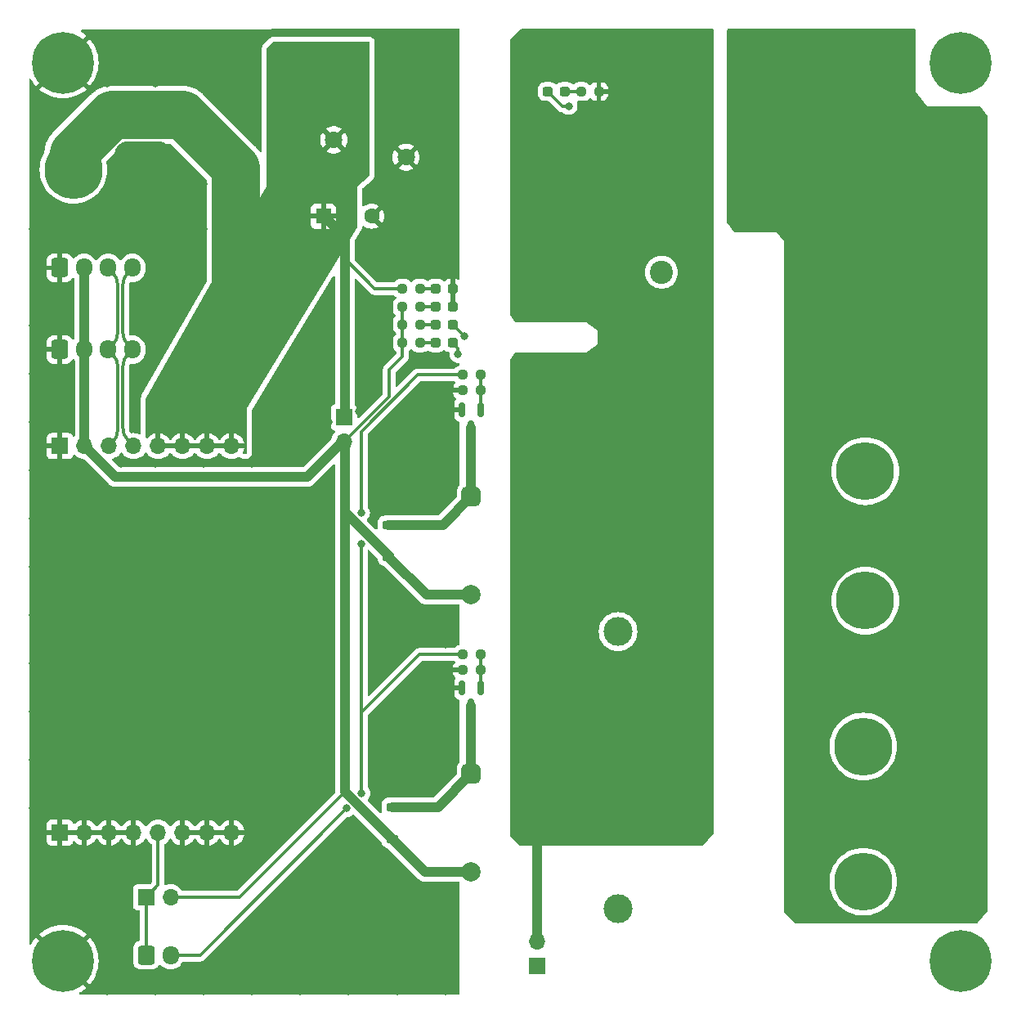
<source format=gtl>
%TF.GenerationSoftware,KiCad,Pcbnew,7.0.9*%
%TF.CreationDate,2024-11-04T23:33:06+09:00*%
%TF.ProjectId,schematic_PWRcutoff,73636865-6d61-4746-9963-5f5057526375,rev?*%
%TF.SameCoordinates,PX4b571c0PY86d97c0*%
%TF.FileFunction,Copper,L1,Top*%
%TF.FilePolarity,Positive*%
%FSLAX46Y46*%
G04 Gerber Fmt 4.6, Leading zero omitted, Abs format (unit mm)*
G04 Created by KiCad (PCBNEW 7.0.9) date 2024-11-04 23:33:06*
%MOMM*%
%LPD*%
G01*
G04 APERTURE LIST*
G04 Aperture macros list*
%AMRoundRect*
0 Rectangle with rounded corners*
0 $1 Rounding radius*
0 $2 $3 $4 $5 $6 $7 $8 $9 X,Y pos of 4 corners*
0 Add a 4 corners polygon primitive as box body*
4,1,4,$2,$3,$4,$5,$6,$7,$8,$9,$2,$3,0*
0 Add four circle primitives for the rounded corners*
1,1,$1+$1,$2,$3*
1,1,$1+$1,$4,$5*
1,1,$1+$1,$6,$7*
1,1,$1+$1,$8,$9*
0 Add four rect primitives between the rounded corners*
20,1,$1+$1,$2,$3,$4,$5,0*
20,1,$1+$1,$4,$5,$6,$7,0*
20,1,$1+$1,$6,$7,$8,$9,0*
20,1,$1+$1,$8,$9,$2,$3,0*%
G04 Aperture macros list end*
%TA.AperFunction,ComponentPad*%
%ADD10C,1.800000*%
%TD*%
%TA.AperFunction,ComponentPad*%
%ADD11R,1.700000X1.700000*%
%TD*%
%TA.AperFunction,ComponentPad*%
%ADD12O,1.700000X1.700000*%
%TD*%
%TA.AperFunction,ComponentPad*%
%ADD13R,2.400000X2.400000*%
%TD*%
%TA.AperFunction,ComponentPad*%
%ADD14C,2.400000*%
%TD*%
%TA.AperFunction,ComponentPad*%
%ADD15C,1.600000*%
%TD*%
%TA.AperFunction,ComponentPad*%
%ADD16R,1.600000X1.600000*%
%TD*%
%TA.AperFunction,SMDPad,CuDef*%
%ADD17RoundRect,0.225000X0.375000X-0.225000X0.375000X0.225000X-0.375000X0.225000X-0.375000X-0.225000X0*%
%TD*%
%TA.AperFunction,SMDPad,CuDef*%
%ADD18RoundRect,0.237500X0.287500X0.237500X-0.287500X0.237500X-0.287500X-0.237500X0.287500X-0.237500X0*%
%TD*%
%TA.AperFunction,SMDPad,CuDef*%
%ADD19RoundRect,0.237500X-0.287500X-0.237500X0.287500X-0.237500X0.287500X0.237500X-0.287500X0.237500X0*%
%TD*%
%TA.AperFunction,ComponentPad*%
%ADD20C,6.000000*%
%TD*%
%TA.AperFunction,ComponentPad*%
%ADD21RoundRect,1.500000X1.500000X1.500000X-1.500000X1.500000X-1.500000X-1.500000X1.500000X-1.500000X0*%
%TD*%
%TA.AperFunction,ComponentPad*%
%ADD22O,1.700000X1.950000*%
%TD*%
%TA.AperFunction,ComponentPad*%
%ADD23RoundRect,0.250000X-0.600000X-0.725000X0.600000X-0.725000X0.600000X0.725000X-0.600000X0.725000X0*%
%TD*%
%TA.AperFunction,SMDPad,CuDef*%
%ADD24RoundRect,0.237500X-0.250000X-0.237500X0.250000X-0.237500X0.250000X0.237500X-0.250000X0.237500X0*%
%TD*%
%TA.AperFunction,SMDPad,CuDef*%
%ADD25RoundRect,0.237500X0.250000X0.237500X-0.250000X0.237500X-0.250000X-0.237500X0.250000X-0.237500X0*%
%TD*%
%TA.AperFunction,ComponentPad*%
%ADD26C,0.800000*%
%TD*%
%TA.AperFunction,ComponentPad*%
%ADD27C,6.400000*%
%TD*%
%TA.AperFunction,ComponentPad*%
%ADD28C,3.000000*%
%TD*%
%TA.AperFunction,ComponentPad*%
%ADD29RoundRect,0.500000X0.500000X0.500000X-0.500000X0.500000X-0.500000X-0.500000X0.500000X-0.500000X0*%
%TD*%
%TA.AperFunction,ComponentPad*%
%ADD30C,2.000000*%
%TD*%
%TA.AperFunction,SMDPad,CuDef*%
%ADD31RoundRect,0.150000X-0.150000X0.587500X-0.150000X-0.587500X0.150000X-0.587500X0.150000X0.587500X0*%
%TD*%
%TA.AperFunction,ComponentPad*%
%ADD32O,2.400000X2.400000*%
%TD*%
%TA.AperFunction,ViaPad*%
%ADD33C,0.800000*%
%TD*%
%TA.AperFunction,Conductor*%
%ADD34C,1.000000*%
%TD*%
%TA.AperFunction,Conductor*%
%ADD35C,5.000000*%
%TD*%
%TA.AperFunction,Conductor*%
%ADD36C,0.300000*%
%TD*%
%TA.AperFunction,Conductor*%
%ADD37C,0.250000*%
%TD*%
G04 APERTURE END LIST*
D10*
%TO.P,RV1,1*%
%TO.N,+12V*%
X31850000Y88500000D03*
%TO.P,RV1,2*%
%TO.N,GND*%
X39350000Y86700000D03*
%TD*%
D11*
%TO.P,J7,1,Pin_1*%
%TO.N,GNDPWR*%
X52900000Y2960000D03*
D12*
%TO.P,J7,2,Pin_2*%
%TO.N,+24V*%
X52900000Y5500000D03*
%TD*%
D13*
%TO.P,C2,1*%
%TO.N,+24V*%
X65800000Y67300000D03*
D14*
%TO.P,C2,2*%
%TO.N,GNDPWR*%
X65800000Y74800000D03*
%TD*%
D15*
%TO.P,C1,2*%
%TO.N,GND*%
X35797349Y80600000D03*
D16*
%TO.P,C1,1*%
%TO.N,+12V*%
X30797349Y80600000D03*
%TD*%
D17*
%TO.P,D4,2,A*%
%TO.N,Net-(D4-A)*%
X37500000Y48650000D03*
%TO.P,D4,1,K*%
%TO.N,12VIN*%
X37500000Y45350000D03*
%TD*%
%TO.P,D6,2,A*%
%TO.N,Net-(D6-A)*%
X37900000Y19450000D03*
%TO.P,D6,1,K*%
%TO.N,12VIN*%
X37900000Y16150000D03*
%TD*%
D18*
%TO.P,D7,1,K*%
%TO.N,Net-(D6-A)*%
X44162500Y67500000D03*
%TO.P,D7,2,A*%
%TO.N,Net-(D7-A)*%
X42412500Y67500000D03*
%TD*%
D19*
%TO.P,D3,2,A*%
%TO.N,Net-(D3-A)*%
X55775000Y93500000D03*
%TO.P,D3,1,K*%
%TO.N,GNDPWR*%
X54025000Y93500000D03*
%TD*%
D20*
%TO.P,J2,2,Pin_2*%
%TO.N,+12V*%
X32000000Y94800000D03*
D21*
%TO.P,J2,1,Pin_1*%
%TO.N,GND*%
X39200000Y94800000D03*
%TD*%
D20*
%TO.P,J3,2,Pin_2*%
%TO.N,+24V*%
X65700000Y94175000D03*
D21*
%TO.P,J3,1,Pin_1*%
%TO.N,GNDPWR*%
X76700000Y94175000D03*
%TD*%
D12*
%TO.P,J8,2,Pin_2*%
%TO.N,12VIN*%
X14965000Y10100000D03*
D11*
%TO.P,J8,1,Pin_1*%
%TO.N,EMC_signal*%
X12425000Y10100000D03*
%TD*%
D22*
%TO.P,J9,2,Pin_2*%
%TO.N,/PWR_Cutoff_Relay Sheet/Relay_Coil_Signal*%
X14950000Y4100000D03*
D23*
%TO.P,J9,1,Pin_1*%
%TO.N,EMC_signal*%
X12450000Y4100000D03*
%TD*%
D21*
%TO.P,J10,1,Pin_1*%
%TO.N,GNDPWR*%
X94100000Y54200000D03*
D20*
%TO.P,J10,2,Pin_2*%
%TO.N,/PWR_Cutoff_Relay Sheet/Relay_SW_OUT*%
X86900000Y54200000D03*
%TD*%
D21*
%TO.P,J11,1,Pin_1*%
%TO.N,GNDPWR*%
X94100000Y40800000D03*
D20*
%TO.P,J11,2,Pin_2*%
%TO.N,/PWR_Cutoff_Relay Sheet/Relay_SW_OUT*%
X86900000Y40800000D03*
%TD*%
D21*
%TO.P,J14,1,Pin_1*%
%TO.N,GNDPWR*%
X93900000Y25700000D03*
D20*
%TO.P,J14,2,Pin_2*%
%TO.N,/PWR_Cutoff_Relay Sheet1/Relay_SW_OUT*%
X86700000Y25700000D03*
%TD*%
D21*
%TO.P,J15,1,Pin_1*%
%TO.N,GNDPWR*%
X93900000Y11700000D03*
D20*
%TO.P,J15,2,Pin_2*%
%TO.N,/PWR_Cutoff_Relay Sheet1/Relay_SW_OUT*%
X86700000Y11700000D03*
%TD*%
D22*
%TO.P,J4,4,Pin_4*%
%TO.N,CANL*%
X11000000Y75250000D03*
%TO.P,J4,3,Pin_3*%
%TO.N,CANH*%
X8500000Y75250000D03*
%TO.P,J4,2,Pin_2*%
%TO.N,12VIN*%
X6000000Y75250000D03*
D23*
%TO.P,J4,1,Pin_1*%
%TO.N,GND*%
X3500000Y75250000D03*
%TD*%
D22*
%TO.P,J6,4,Pin_4*%
%TO.N,CANL*%
X11000000Y66800000D03*
%TO.P,J6,3,Pin_3*%
%TO.N,CANH*%
X8500000Y66800000D03*
%TO.P,J6,2,Pin_2*%
%TO.N,12VIN*%
X6000000Y66800000D03*
D23*
%TO.P,J6,1,Pin_1*%
%TO.N,GND*%
X3500000Y66800000D03*
%TD*%
D12*
%TO.P,J13,8,Pin_8*%
%TO.N,GND*%
X21280000Y16800000D03*
%TO.P,J13,7,Pin_7*%
X18740000Y16800000D03*
%TO.P,J13,6,Pin_6*%
X16200000Y16800000D03*
%TO.P,J13,5,Pin_5*%
%TO.N,EMC_signal*%
X13660000Y16800000D03*
%TO.P,J13,4,Pin_4*%
%TO.N,GND*%
X11120000Y16800000D03*
%TO.P,J13,3,Pin_3*%
X8580000Y16800000D03*
%TO.P,J13,2,Pin_2*%
X6040000Y16800000D03*
D11*
%TO.P,J13,1,Pin_1*%
X3500000Y16800000D03*
%TD*%
D12*
%TO.P,J5,2,Pin_2*%
%TO.N,12VIN*%
X32900000Y57235000D03*
D11*
%TO.P,J5,1,Pin_1*%
%TO.N,+12V*%
X32900000Y59775000D03*
%TD*%
D18*
%TO.P,D5,1,K*%
%TO.N,Net-(D4-A)*%
X44162500Y69400000D03*
%TO.P,D5,2,A*%
%TO.N,Net-(D5-A)*%
X42412500Y69400000D03*
%TD*%
D24*
%TO.P,R2,2*%
%TO.N,Net-(D1-A)*%
X40800000Y73100000D03*
%TO.P,R2,1*%
%TO.N,+12V*%
X38975000Y73100000D03*
%TD*%
D25*
%TO.P,R4,1*%
%TO.N,+24V*%
X59312500Y93500000D03*
%TO.P,R4,2*%
%TO.N,Net-(D3-A)*%
X57487500Y93500000D03*
%TD*%
D24*
%TO.P,R3,2*%
%TO.N,Net-(D2-A)*%
X40800000Y71200000D03*
%TO.P,R3,1*%
%TO.N,12VIN*%
X38975000Y71200000D03*
%TD*%
D18*
%TO.P,D1,2,A*%
%TO.N,Net-(D1-A)*%
X42412500Y73100000D03*
%TO.P,D1,1,K*%
%TO.N,GND*%
X44162500Y73100000D03*
%TD*%
%TO.P,D2,1,K*%
%TO.N,GND*%
X44162500Y71200000D03*
%TO.P,D2,2,A*%
%TO.N,Net-(D2-A)*%
X42412500Y71200000D03*
%TD*%
D24*
%TO.P,R8,2*%
%TO.N,Net-(D7-A)*%
X40800000Y67500000D03*
%TO.P,R8,1*%
%TO.N,12VIN*%
X38975000Y67500000D03*
%TD*%
%TO.P,R5,2*%
%TO.N,Net-(D5-A)*%
X40800000Y69400000D03*
%TO.P,R5,1*%
%TO.N,12VIN*%
X38975000Y69400000D03*
%TD*%
D11*
%TO.P,J12,1,Pin_1*%
%TO.N,GND*%
X3500000Y56800000D03*
D12*
%TO.P,J12,2,Pin_2*%
%TO.N,12VIN*%
X6040000Y56800000D03*
%TO.P,J12,3,Pin_3*%
%TO.N,CANH*%
X8580000Y56800000D03*
%TO.P,J12,4,Pin_4*%
%TO.N,CANL*%
X11120000Y56800000D03*
%TO.P,J12,5,Pin_5*%
%TO.N,+12V*%
X13660000Y56800000D03*
%TO.P,J12,6,Pin_6*%
X16200000Y56800000D03*
%TO.P,J12,7,Pin_7*%
X18740000Y56800000D03*
%TO.P,J12,8,Pin_8*%
X21280000Y56800000D03*
%TD*%
D20*
%TO.P,J1,2,Pin_2*%
%TO.N,+12V*%
X4900000Y85400000D03*
D21*
%TO.P,J1,1,Pin_1*%
%TO.N,GND*%
X12100000Y85400000D03*
%TD*%
D26*
%TO.P,H2,1,1*%
%TO.N,GND*%
X1400000Y3500000D03*
X2102944Y5197056D03*
X2102944Y1802944D03*
X3800000Y5900000D03*
D27*
X3800000Y3500000D03*
D26*
X3800000Y1100000D03*
X5497056Y5197056D03*
X5497056Y1802944D03*
X6200000Y3500000D03*
%TD*%
D28*
%TO.P,K2,13*%
%TO.N,+24V*%
X58760000Y26700000D03*
%TO.P,K2,14*%
%TO.N,/PWR_Cutoff_Relay Sheet1/Relay_SW_OUT*%
X61300000Y8900000D03*
D29*
%TO.P,K2,A1*%
%TO.N,Net-(D6-A)*%
X46100000Y22900000D03*
D30*
%TO.P,K2,A2*%
%TO.N,12VIN*%
X46100000Y12700000D03*
%TD*%
D26*
%TO.P,H3,1,1*%
%TO.N,GNDPWR*%
X99200000Y96500000D03*
X98497056Y94802944D03*
X98497056Y98197056D03*
X96800000Y94100000D03*
D27*
X96800000Y96500000D03*
D26*
X96800000Y98900000D03*
X95102944Y94802944D03*
X95102944Y98197056D03*
X94400000Y96500000D03*
%TD*%
D25*
%TO.P,R10,1*%
%TO.N,Net-(Q2-G)*%
X47037500Y33637500D03*
%TO.P,R10,2*%
%TO.N,GND*%
X45212500Y33637500D03*
%TD*%
D26*
%TO.P,H1,1,1*%
%TO.N,GND*%
X1400000Y96500000D03*
X2102944Y98197056D03*
X2102944Y94802944D03*
X3800000Y98900000D03*
D27*
X3800000Y96500000D03*
D26*
X3800000Y94100000D03*
X5497056Y98197056D03*
X5497056Y94802944D03*
X6200000Y96500000D03*
%TD*%
%TO.P,H4,1,1*%
%TO.N,GNDPWR*%
X94400000Y3500000D03*
X95102944Y5197056D03*
X95102944Y1802944D03*
X96800000Y5900000D03*
D27*
X96800000Y3500000D03*
D26*
X96800000Y1100000D03*
X98497056Y5197056D03*
X98497056Y1802944D03*
X99200000Y3500000D03*
%TD*%
D25*
%TO.P,R6,1*%
%TO.N,Net-(Q1-G)*%
X47062500Y64175000D03*
%TO.P,R6,2*%
%TO.N,/PWR_Cutoff_Relay Sheet/Relay_Coil_Signal*%
X45237500Y64175000D03*
%TD*%
D31*
%TO.P,Q2,1,G*%
%TO.N,Net-(Q2-G)*%
X47050000Y31775000D03*
%TO.P,Q2,2,S*%
%TO.N,GND*%
X45150000Y31775000D03*
%TO.P,Q2,3,D*%
%TO.N,Net-(D6-A)*%
X46100000Y29900000D03*
%TD*%
D28*
%TO.P,K1,13*%
%TO.N,+24V*%
X58760000Y55400000D03*
%TO.P,K1,14*%
%TO.N,/PWR_Cutoff_Relay Sheet/Relay_SW_OUT*%
X61300000Y37600000D03*
D29*
%TO.P,K1,A1*%
%TO.N,Net-(D4-A)*%
X46100000Y51600000D03*
D30*
%TO.P,K1,A2*%
%TO.N,12VIN*%
X46100000Y41400000D03*
%TD*%
D31*
%TO.P,Q1,1,G*%
%TO.N,Net-(Q1-G)*%
X47050000Y60575000D03*
%TO.P,Q1,2,S*%
%TO.N,GND*%
X45150000Y60575000D03*
%TO.P,Q1,3,D*%
%TO.N,Net-(D4-A)*%
X46100000Y58700000D03*
%TD*%
D25*
%TO.P,R7,1*%
%TO.N,Net-(Q1-G)*%
X47050000Y62575000D03*
%TO.P,R7,2*%
%TO.N,GND*%
X45225000Y62575000D03*
%TD*%
%TO.P,R9,1*%
%TO.N,Net-(Q2-G)*%
X47037500Y35237500D03*
%TO.P,R9,2*%
%TO.N,/PWR_Cutoff_Relay Sheet/Relay_Coil_Signal*%
X45212500Y35237500D03*
%TD*%
D14*
%TO.P,R1,1*%
%TO.N,+24V*%
X56540000Y84100000D03*
D32*
%TO.P,R1,2*%
%TO.N,GNDPWR*%
X76860000Y84100000D03*
%TD*%
D33*
%TO.N,GND*%
X38400000Y79300000D03*
X35500000Y76300000D03*
X35500000Y78800000D03*
X38400000Y76300000D03*
X43400000Y76300000D03*
X43300000Y65600000D03*
X18400000Y83900000D03*
X11300000Y64300000D03*
X11300000Y59300000D03*
X13400000Y65500000D03*
X15500000Y69300000D03*
X18300000Y74300000D03*
X13400000Y74300000D03*
X18400000Y79300000D03*
X13400000Y69300000D03*
X13400000Y79300000D03*
X8400000Y79300000D03*
X3400000Y79300000D03*
X700000Y79300000D03*
X3400000Y69300000D03*
X700000Y69300000D03*
X3400000Y64300000D03*
X700000Y64300000D03*
X3400000Y59300000D03*
X700000Y59300000D03*
X700000Y54300000D03*
X700000Y29300000D03*
X700000Y34300000D03*
X700000Y44300000D03*
X700000Y49300000D03*
X700000Y39300000D03*
X700000Y19300000D03*
X700000Y24300000D03*
X3400000Y54300000D03*
X31300000Y68100000D03*
X31300000Y72700000D03*
X28400000Y68100000D03*
X26200000Y64300000D03*
X23800000Y59300000D03*
X31300000Y59300000D03*
X31300000Y64300000D03*
X28400000Y64300000D03*
X9800000Y55000000D03*
X13400000Y55000000D03*
X18400000Y55000000D03*
X28500000Y55100000D03*
X28400000Y59300000D03*
X23400000Y55000000D03*
X14700000Y14300000D03*
X23400000Y14300000D03*
X18400000Y14300000D03*
X8400000Y4300000D03*
X8400000Y9300000D03*
X8400000Y14300000D03*
X3400000Y9300000D03*
X3400000Y14300000D03*
X3400000Y19300000D03*
X23400000Y19300000D03*
X28400000Y24300000D03*
X3400000Y24300000D03*
X8400000Y19300000D03*
X13400000Y19300000D03*
X18400000Y24300000D03*
X8400000Y24300000D03*
X23400000Y24300000D03*
X28400000Y19300000D03*
X13400000Y24300000D03*
X18400000Y19300000D03*
X8400000Y49300000D03*
X8400000Y44300000D03*
X3400000Y39300000D03*
X3400000Y49300000D03*
X3400000Y29300000D03*
X8400000Y34300000D03*
X8400000Y39300000D03*
X3400000Y34300000D03*
X8400000Y29300000D03*
X3400000Y44300000D03*
X13400000Y39300000D03*
X13400000Y29300000D03*
X13400000Y49300000D03*
X18400000Y34300000D03*
X18400000Y44300000D03*
X18400000Y49300000D03*
X18400000Y39300000D03*
X13400000Y44300000D03*
X13400000Y34300000D03*
X18400000Y29300000D03*
X23400000Y34300000D03*
X23400000Y44300000D03*
X23400000Y49300000D03*
X23400000Y39300000D03*
X23400000Y29300000D03*
X28400000Y34300000D03*
X28400000Y39300000D03*
X28400000Y44300000D03*
X28400000Y49300000D03*
X28400000Y29300000D03*
X13400000Y400000D03*
X8400000Y400000D03*
X33400000Y14300000D03*
X18400000Y400000D03*
X23400000Y400000D03*
X23400000Y4300000D03*
X28400000Y4300000D03*
X28400000Y9300000D03*
X28400000Y400000D03*
X33400000Y4300000D03*
X33400000Y9300000D03*
X33400000Y400000D03*
X43400000Y400000D03*
X38400000Y400000D03*
X43400000Y4300000D03*
X38400000Y4300000D03*
X38400000Y9300000D03*
X43400000Y9300000D03*
X38400000Y24300000D03*
X43400000Y24300000D03*
X43400000Y36300000D03*
X38400000Y35000000D03*
X35900000Y32400000D03*
X35900000Y44300000D03*
X35900000Y39300000D03*
X38400000Y29300000D03*
X43400000Y29300000D03*
X38400000Y39300000D03*
X43400000Y39300000D03*
X36000000Y57300000D03*
X36000000Y54300000D03*
X36000000Y50100000D03*
X38400000Y50100000D03*
X43400000Y51100000D03*
X38400000Y54300000D03*
X43400000Y54300000D03*
X38400000Y60200000D03*
X43400000Y59300000D03*
X34500000Y64300000D03*
X34500000Y60400000D03*
X38700000Y64000000D03*
X35500000Y82600000D03*
X43400000Y79300000D03*
X38400000Y84300000D03*
X43400000Y84300000D03*
X43400000Y94300000D03*
X43400000Y89300000D03*
X43400000Y99300000D03*
X38400000Y89300000D03*
X38400000Y99300000D03*
X23400000Y89300000D03*
X23400000Y94300000D03*
X23400000Y99300000D03*
X18400000Y94300000D03*
X18400000Y99300000D03*
X8400000Y94300000D03*
X13400000Y94300000D03*
X13400000Y99300000D03*
X8400000Y99300000D03*
%TO.N,GNDPWR*%
X56200000Y92000000D03*
%TO.N,Net-(D6-A)*%
X44738000Y66300000D03*
%TO.N,Net-(D4-A)*%
X45387500Y68200000D03*
%TO.N,/PWR_Cutoff_Relay Sheet/Relay_Coil_Signal*%
X34700000Y49900000D03*
X34700000Y46700000D03*
X34752464Y20852464D03*
X33197536Y19297536D03*
%TD*%
D34*
%TO.N,+12V*%
X33000000Y78397349D02*
X30797349Y80600000D01*
X33000000Y59875000D02*
X33000000Y78397349D01*
X32900000Y59775000D02*
X33000000Y59875000D01*
D35*
X21700000Y73200000D02*
X21800000Y73100000D01*
X21700000Y85600000D02*
X21700000Y73200000D01*
X4900000Y87146968D02*
X8853032Y91100000D01*
X8853032Y91100000D02*
X16200000Y91100000D01*
X4900000Y85400000D02*
X4900000Y87146968D01*
X16200000Y91100000D02*
X21700000Y85600000D01*
D36*
%TO.N,12VIN*%
X37600000Y61939339D02*
X33160661Y57500000D01*
X38975000Y66075000D02*
X37600000Y64700000D01*
X37600000Y64700000D02*
X37600000Y61939339D01*
X33160661Y57500000D02*
X33000000Y57500000D01*
X38975000Y67500000D02*
X38975000Y66075000D01*
%TO.N,+12V*%
X38975000Y73100000D02*
X36100000Y73100000D01*
X36100000Y73100000D02*
X33000000Y76200000D01*
D34*
%TO.N,+24V*%
X52900000Y5500000D02*
X52900000Y16000000D01*
D36*
%TO.N,EMC_signal*%
X12425000Y10100000D02*
X13660000Y11335000D01*
X13660000Y11335000D02*
X13660000Y16800000D01*
%TO.N,/PWR_Cutoff_Relay Sheet/Relay_Coil_Signal*%
X34700000Y49900000D02*
X34700000Y58300000D01*
X34700000Y58300000D02*
X40575000Y64175000D01*
X40575000Y64175000D02*
X45237500Y64175000D01*
X34700000Y29200000D02*
X34700000Y46700000D01*
D34*
%TO.N,12VIN*%
X37500000Y45350000D02*
X37500000Y45500000D01*
X37500000Y45500000D02*
X33000000Y50000000D01*
X41450000Y41400000D02*
X46100000Y41400000D01*
X37500000Y45350000D02*
X41450000Y41400000D01*
D36*
%TO.N,/PWR_Cutoff_Relay Sheet/Relay_Coil_Signal*%
X18000000Y4100000D02*
X15100000Y4100000D01*
X33197536Y19297536D02*
X18000000Y4100000D01*
X34754977Y29254977D02*
X40737500Y35237500D01*
X40737500Y35237500D02*
X45212500Y35237500D01*
X34752464Y20852464D02*
X34754977Y20854977D01*
X34754977Y20854977D02*
X34754977Y29254977D01*
D34*
%TO.N,Net-(D6-A)*%
X42650000Y19450000D02*
X37900000Y19450000D01*
X46100000Y22900000D02*
X42650000Y19450000D01*
X46100000Y29900000D02*
X46100000Y22900000D01*
%TO.N,12VIN*%
X41350000Y12700000D02*
X46100000Y12700000D01*
X37900000Y16150000D02*
X41350000Y12700000D01*
X37900000Y16150000D02*
X33025000Y21025000D01*
%TO.N,Net-(D4-A)*%
X46100000Y58700000D02*
X46100000Y51600000D01*
X43150000Y48650000D02*
X46100000Y51600000D01*
X37500000Y48650000D02*
X43150000Y48650000D01*
%TO.N,12VIN*%
X33000000Y57500000D02*
X33000000Y49400000D01*
X33000000Y49400000D02*
X33000000Y21050000D01*
D36*
X22100000Y10100000D02*
X14965000Y10100000D01*
X33025000Y21025000D02*
X22100000Y10100000D01*
%TO.N,EMC_signal*%
X12425000Y10100000D02*
X12450000Y10075000D01*
X12450000Y10075000D02*
X12450000Y4100000D01*
%TO.N,GNDPWR*%
X55525000Y92000000D02*
X54025000Y93500000D01*
X56200000Y92000000D02*
X55525000Y92000000D01*
%TO.N,Net-(D3-A)*%
X55775000Y93500000D02*
X57487500Y93500000D01*
%TO.N,12VIN*%
X38975000Y71200000D02*
X38975000Y67500000D01*
%TO.N,Net-(D7-A)*%
X40800000Y67500000D02*
X42412500Y67500000D01*
%TO.N,Net-(D5-A)*%
X40800000Y69400000D02*
X42412500Y69400000D01*
%TO.N,Net-(D2-A)*%
X40800000Y71200000D02*
X42412500Y71200000D01*
%TO.N,Net-(D1-A)*%
X40800000Y73100000D02*
X42412500Y73100000D01*
%TO.N,Net-(D4-A)*%
X45362500Y68200000D02*
X44162500Y69400000D01*
X45387500Y68200000D02*
X45362500Y68200000D01*
D34*
%TO.N,12VIN*%
X33000000Y21050000D02*
X33025000Y21025000D01*
D36*
X33000000Y49850000D02*
X33000000Y57500000D01*
D34*
X29100000Y53600000D02*
X33000000Y57500000D01*
X9240000Y53600000D02*
X29100000Y53600000D01*
X6040000Y56800000D02*
X9240000Y53600000D01*
D36*
%TO.N,Net-(D6-A)*%
X44738000Y66924500D02*
X44162500Y67500000D01*
X44738000Y66300000D02*
X44738000Y66924500D01*
D34*
%TO.N,12VIN*%
X6040000Y56800000D02*
X6040000Y66760000D01*
X6040000Y66760000D02*
X6000000Y66800000D01*
D36*
%TO.N,CANH*%
X8914228Y57134200D02*
G75*
G03*
X9500000Y58548427I-1414228J1414200D01*
G01*
X9499980Y64971573D02*
G75*
G03*
X8914212Y66385786I-1999980J27D01*
G01*
%TO.N,CANL*%
X10585773Y66385801D02*
G75*
G03*
X10000000Y64971573I1414227J-1414201D01*
G01*
X10000020Y58748427D02*
G75*
G03*
X10585787Y57334215I1999980J-27D01*
G01*
%TO.N,CANH*%
X8914227Y67214199D02*
G75*
G03*
X9500000Y68628427I-1414227J1414201D01*
G01*
X9499980Y73421573D02*
G75*
G03*
X8914213Y74835785I-1999980J27D01*
G01*
%TO.N,CANL*%
X10585772Y74835800D02*
G75*
G03*
X10000000Y73421573I1414228J-1414200D01*
G01*
X10000020Y68628427D02*
G75*
G03*
X10585788Y67214214I1999980J-27D01*
G01*
%TO.N,CANH*%
X8914213Y67214213D02*
X8500000Y66800000D01*
X9500000Y73421573D02*
X9500000Y68628427D01*
X8500000Y75250000D02*
X8914214Y74835786D01*
%TO.N,CANL*%
X10585787Y67214213D02*
X11000000Y66800000D01*
X10000000Y73421573D02*
X10000000Y68628427D01*
X11000000Y75250000D02*
X10585786Y74835786D01*
%TO.N,CANH*%
X9500000Y58548427D02*
X9500000Y64971573D01*
X8580000Y56800000D02*
X8914214Y57134214D01*
X8914213Y66385787D02*
X8500000Y66800000D01*
%TO.N,CANL*%
X10585787Y66385787D02*
X11000000Y66800000D01*
X10000000Y58748427D02*
X10000000Y64971573D01*
X11120000Y56800000D02*
X10585786Y57334214D01*
D35*
%TO.N,+12V*%
X31900000Y94200000D02*
X32000000Y94300000D01*
D34*
%TO.N,GND*%
X14250000Y83500000D02*
X14300000Y83550000D01*
%TO.N,12VIN*%
X6000000Y75250000D02*
X6000000Y66800000D01*
D37*
%TO.N,GND*%
X45225000Y62575000D02*
X44975000Y62575000D01*
X45150000Y62500000D02*
X45225000Y62575000D01*
%TO.N,12VIN*%
X46000000Y41300000D02*
X46100000Y41400000D01*
D36*
%TO.N,Net-(Q1-G)*%
X47050000Y62575000D02*
X47050000Y60575000D01*
D37*
X47062500Y62587500D02*
X47050000Y62575000D01*
D36*
X47062500Y64175000D02*
X47062500Y62587500D01*
D37*
%TO.N,GND*%
X45212500Y31837500D02*
X45150000Y31775000D01*
D36*
%TO.N,Net-(Q2-G)*%
X47037500Y33637500D02*
X47037500Y35237500D01*
X47050000Y31775000D02*
X47050000Y33625000D01*
D37*
X47050000Y33625000D02*
X47037500Y33637500D01*
D34*
%TO.N,+24V*%
X65800000Y67540000D02*
X65800000Y67300000D01*
%TD*%
%TA.AperFunction,Conductor*%
%TO.N,+24V*%
G36*
X71143039Y99979815D02*
G01*
X71188794Y99927011D01*
X71200000Y99875500D01*
X71200000Y16745423D01*
X71180315Y16678384D01*
X71170660Y16665326D01*
X70137149Y15443903D01*
X70078818Y15405441D01*
X70042489Y15400000D01*
X51251362Y15400000D01*
X51184323Y15419685D01*
X51163681Y15436319D01*
X50136319Y16463681D01*
X50102834Y16525004D01*
X50100000Y16551362D01*
X50100000Y37599999D01*
X59294390Y37599999D01*
X59314804Y37314567D01*
X59375628Y37034963D01*
X59475635Y36766834D01*
X59612770Y36515691D01*
X59612775Y36515683D01*
X59784254Y36286613D01*
X59784270Y36286595D01*
X59986594Y36084271D01*
X59986612Y36084255D01*
X60215682Y35912776D01*
X60215690Y35912771D01*
X60466833Y35775636D01*
X60466832Y35775636D01*
X60466836Y35775635D01*
X60466839Y35775633D01*
X60734954Y35675631D01*
X60734960Y35675630D01*
X60734962Y35675629D01*
X61014566Y35614805D01*
X61014568Y35614805D01*
X61014572Y35614804D01*
X61268220Y35596663D01*
X61299999Y35594390D01*
X61300000Y35594390D01*
X61300001Y35594390D01*
X61328595Y35596436D01*
X61585428Y35614804D01*
X61865046Y35675631D01*
X62133161Y35775633D01*
X62384315Y35912774D01*
X62613395Y36084261D01*
X62815739Y36286605D01*
X62987226Y36515685D01*
X63124367Y36766839D01*
X63224369Y37034954D01*
X63285196Y37314572D01*
X63305610Y37600000D01*
X63285196Y37885428D01*
X63224369Y38165046D01*
X63124367Y38433161D01*
X62987226Y38684315D01*
X62987224Y38684318D01*
X62815745Y38913388D01*
X62815729Y38913406D01*
X62613405Y39115730D01*
X62613387Y39115746D01*
X62384317Y39287225D01*
X62384309Y39287230D01*
X62133166Y39424365D01*
X62133167Y39424365D01*
X62025915Y39464368D01*
X61865046Y39524369D01*
X61865043Y39524370D01*
X61865037Y39524372D01*
X61585433Y39585196D01*
X61300001Y39605610D01*
X61299999Y39605610D01*
X61014566Y39585196D01*
X60734962Y39524372D01*
X60466833Y39424365D01*
X60215690Y39287230D01*
X60215682Y39287225D01*
X59986612Y39115746D01*
X59986594Y39115730D01*
X59784270Y38913406D01*
X59784254Y38913388D01*
X59612775Y38684318D01*
X59612770Y38684310D01*
X59475635Y38433167D01*
X59375628Y38165038D01*
X59314804Y37885434D01*
X59294390Y37600002D01*
X59294390Y37599999D01*
X50100000Y37599999D01*
X50100000Y65658667D01*
X50119685Y65725706D01*
X50124800Y65733067D01*
X50662800Y66450400D01*
X50718771Y66492221D01*
X50762000Y66500000D01*
X58000000Y66500000D01*
X59200000Y67300000D01*
X59200000Y68800001D01*
X58000000Y69600000D01*
X50762000Y69600000D01*
X50694961Y69619685D01*
X50662800Y69649600D01*
X50124800Y70366934D01*
X50100324Y70432376D01*
X50100000Y70441334D01*
X50100000Y74799996D01*
X64094732Y74799996D01*
X64113777Y74545846D01*
X64113778Y74545843D01*
X64170492Y74297363D01*
X64263607Y74060112D01*
X64391041Y73839388D01*
X64549950Y73640123D01*
X64736783Y73466768D01*
X64947366Y73323195D01*
X64947371Y73323193D01*
X64947372Y73323192D01*
X64947373Y73323191D01*
X65069328Y73264462D01*
X65176992Y73212613D01*
X65176993Y73212613D01*
X65176996Y73212611D01*
X65420542Y73137487D01*
X65672565Y73099500D01*
X65927435Y73099500D01*
X66179458Y73137487D01*
X66423004Y73212611D01*
X66652634Y73323195D01*
X66863217Y73466768D01*
X67050050Y73640123D01*
X67208959Y73839388D01*
X67336393Y74060112D01*
X67429508Y74297363D01*
X67486222Y74545843D01*
X67505268Y74800000D01*
X67486222Y75054157D01*
X67429508Y75302637D01*
X67336393Y75539888D01*
X67208959Y75760612D01*
X67050050Y75959877D01*
X66863217Y76133232D01*
X66652634Y76276805D01*
X66652630Y76276807D01*
X66652627Y76276809D01*
X66652626Y76276810D01*
X66423006Y76387388D01*
X66423008Y76387388D01*
X66179466Y76462511D01*
X66179462Y76462512D01*
X66179458Y76462513D01*
X66058231Y76480786D01*
X65927440Y76500500D01*
X65927435Y76500500D01*
X65672565Y76500500D01*
X65672559Y76500500D01*
X65515609Y76476843D01*
X65420542Y76462513D01*
X65420539Y76462512D01*
X65420533Y76462511D01*
X65176992Y76387388D01*
X64947373Y76276810D01*
X64947372Y76276809D01*
X64736782Y76133232D01*
X64549952Y75959879D01*
X64549950Y75959877D01*
X64391041Y75760612D01*
X64263608Y75539891D01*
X64170492Y75302638D01*
X64170490Y75302631D01*
X64113777Y75054155D01*
X64094732Y74800005D01*
X64094732Y74799996D01*
X50100000Y74799996D01*
X50100000Y93213331D01*
X52999500Y93213331D01*
X52999501Y93213313D01*
X53009825Y93112248D01*
X53046109Y93002751D01*
X53064092Y92948484D01*
X53154660Y92801650D01*
X53276650Y92679660D01*
X53423484Y92589092D01*
X53587247Y92534826D01*
X53688323Y92524500D01*
X54029191Y92524501D01*
X54096230Y92504817D01*
X54116872Y92488182D01*
X55004564Y91600490D01*
X55014635Y91587920D01*
X55014822Y91588074D01*
X55019796Y91582063D01*
X55019798Y91582060D01*
X55048345Y91555252D01*
X55072243Y91532810D01*
X55093967Y91511087D01*
X55099757Y91506595D01*
X55104197Y91502803D01*
X55133498Y91475289D01*
X55139607Y91469552D01*
X55142819Y91467786D01*
X55158205Y91459328D01*
X55174470Y91448643D01*
X55191232Y91435640D01*
X55191235Y91435639D01*
X55191236Y91435638D01*
X55235823Y91416344D01*
X55241059Y91413779D01*
X55283632Y91390373D01*
X55299340Y91386341D01*
X55304186Y91385096D01*
X55322598Y91378793D01*
X55342073Y91370365D01*
X55390071Y91362763D01*
X55395740Y91361589D01*
X55442823Y91349500D01*
X55464051Y91349500D01*
X55483448Y91347974D01*
X55504405Y91344654D01*
X55515782Y91345730D01*
X55584375Y91332445D01*
X55600332Y91322605D01*
X55747266Y91215852D01*
X55747270Y91215849D01*
X55920192Y91138858D01*
X55920197Y91138856D01*
X56105354Y91099500D01*
X56105355Y91099500D01*
X56294644Y91099500D01*
X56294646Y91099500D01*
X56479803Y91138856D01*
X56652730Y91215849D01*
X56805871Y91327112D01*
X56932533Y91467784D01*
X57027179Y91631716D01*
X57085674Y91811744D01*
X57105460Y92000000D01*
X57085674Y92188256D01*
X57027962Y92365872D01*
X57025968Y92435712D01*
X57062048Y92495545D01*
X57124749Y92526373D01*
X57158497Y92527547D01*
X57188323Y92524500D01*
X57786676Y92524501D01*
X57786684Y92524502D01*
X57786687Y92524502D01*
X57862202Y92532216D01*
X57887753Y92534826D01*
X58051516Y92589092D01*
X58198350Y92679660D01*
X58312675Y92793986D01*
X58373994Y92827468D01*
X58443686Y92822484D01*
X58488034Y92793983D01*
X58601961Y92680056D01*
X58601965Y92680053D01*
X58748688Y92589552D01*
X58748699Y92589547D01*
X58912347Y92535320D01*
X59013351Y92525001D01*
X59062499Y92525002D01*
X59062500Y92525002D01*
X59062500Y93250000D01*
X59562500Y93250000D01*
X59562500Y92525001D01*
X59611640Y92525001D01*
X59611654Y92525002D01*
X59712652Y92535320D01*
X59876300Y92589547D01*
X59876311Y92589552D01*
X60023034Y92680053D01*
X60023038Y92680056D01*
X60144944Y92801962D01*
X60144947Y92801966D01*
X60235448Y92948689D01*
X60235453Y92948700D01*
X60289680Y93112348D01*
X60299999Y93213346D01*
X60300000Y93213359D01*
X60300000Y93250000D01*
X59562500Y93250000D01*
X59062500Y93250000D01*
X59062500Y94475000D01*
X59562500Y94475000D01*
X59562500Y93750000D01*
X60299999Y93750000D01*
X60299999Y93786640D01*
X60299998Y93786655D01*
X60289680Y93887653D01*
X60235453Y94051301D01*
X60235448Y94051312D01*
X60144947Y94198035D01*
X60144944Y94198039D01*
X60023038Y94319945D01*
X60023034Y94319948D01*
X59876311Y94410449D01*
X59876300Y94410454D01*
X59712652Y94464681D01*
X59611654Y94475000D01*
X59562500Y94475000D01*
X59062500Y94475000D01*
X59062499Y94475001D01*
X59013361Y94475000D01*
X59013343Y94474999D01*
X58912347Y94464681D01*
X58748699Y94410454D01*
X58748688Y94410449D01*
X58601965Y94319948D01*
X58488034Y94206017D01*
X58426711Y94172533D01*
X58357019Y94177517D01*
X58312672Y94206018D01*
X58198351Y94320339D01*
X58198350Y94320340D01*
X58107129Y94376605D01*
X58051518Y94410907D01*
X58051513Y94410909D01*
X58050069Y94411388D01*
X57887753Y94465174D01*
X57887751Y94465175D01*
X57786678Y94475500D01*
X57188330Y94475500D01*
X57188312Y94475499D01*
X57087247Y94465175D01*
X56923484Y94410908D01*
X56923481Y94410907D01*
X56776648Y94320339D01*
X56737681Y94281371D01*
X56676358Y94247886D01*
X56606666Y94252870D01*
X56562319Y94281371D01*
X56523351Y94320339D01*
X56523350Y94320340D01*
X56432129Y94376605D01*
X56376518Y94410907D01*
X56376513Y94410909D01*
X56375069Y94411388D01*
X56212753Y94465174D01*
X56212751Y94465175D01*
X56111678Y94475500D01*
X55438330Y94475500D01*
X55438312Y94475499D01*
X55337247Y94465175D01*
X55173484Y94410908D01*
X55173481Y94410907D01*
X55026648Y94320339D01*
X54987681Y94281371D01*
X54926358Y94247886D01*
X54856666Y94252870D01*
X54812319Y94281371D01*
X54773351Y94320339D01*
X54773350Y94320340D01*
X54682129Y94376605D01*
X54626518Y94410907D01*
X54626513Y94410909D01*
X54625069Y94411388D01*
X54462753Y94465174D01*
X54462751Y94465175D01*
X54361678Y94475500D01*
X53688330Y94475500D01*
X53688312Y94475499D01*
X53587247Y94465175D01*
X53423484Y94410908D01*
X53423481Y94410907D01*
X53276648Y94320339D01*
X53154661Y94198352D01*
X53064093Y94051519D01*
X53064091Y94051514D01*
X53036719Y93968912D01*
X53009826Y93887753D01*
X53009826Y93887752D01*
X53009825Y93887752D01*
X52999500Y93786685D01*
X52999500Y93213331D01*
X50100000Y93213331D01*
X50100000Y98845453D01*
X50119685Y98912492D01*
X50140206Y98936857D01*
X51263899Y99966907D01*
X51326619Y99997697D01*
X51347689Y99999500D01*
X71076000Y99999500D01*
X71143039Y99979815D01*
G37*
%TD.AperFunction*%
%TD*%
%TA.AperFunction,Conductor*%
%TO.N,GNDPWR*%
G36*
X92043039Y99979815D02*
G01*
X92088794Y99927011D01*
X92100000Y99875500D01*
X92100000Y93500000D01*
X93300000Y92000000D01*
X98736857Y92000000D01*
X98803896Y91980315D01*
X98837140Y91948933D01*
X99576283Y90932611D01*
X99599794Y90866816D01*
X99600000Y90859678D01*
X99600000Y8745423D01*
X99580315Y8678384D01*
X99570660Y8665326D01*
X98537149Y7443903D01*
X98478818Y7405441D01*
X98442489Y7400000D01*
X79651362Y7400000D01*
X79584323Y7419685D01*
X79563681Y7436319D01*
X78536319Y8463681D01*
X78502834Y8525004D01*
X78500000Y8551362D01*
X78500000Y11700000D01*
X83194696Y11700000D01*
X83213898Y11333595D01*
X83271294Y10971212D01*
X83271294Y10971210D01*
X83366260Y10616794D01*
X83497746Y10274261D01*
X83664320Y9947344D01*
X83864147Y9639636D01*
X83864149Y9639634D01*
X84095051Y9354494D01*
X84354494Y9095051D01*
X84354498Y9095048D01*
X84639635Y8864148D01*
X84947343Y8664321D01*
X84947348Y8664318D01*
X85274264Y8497745D01*
X85616801Y8366258D01*
X85971206Y8271295D01*
X86333596Y8213898D01*
X86679734Y8195759D01*
X86699999Y8194696D01*
X86700000Y8194696D01*
X86700001Y8194696D01*
X86719203Y8195703D01*
X87066404Y8213898D01*
X87428794Y8271295D01*
X87783199Y8366258D01*
X88125736Y8497745D01*
X88452652Y8664318D01*
X88760366Y8864149D01*
X89045506Y9095051D01*
X89304949Y9354494D01*
X89535851Y9639634D01*
X89735682Y9947348D01*
X89902255Y10274264D01*
X90033742Y10616801D01*
X90128705Y10971206D01*
X90186102Y11333596D01*
X90205304Y11700000D01*
X90186102Y12066404D01*
X90128705Y12428794D01*
X90033742Y12783199D01*
X89902255Y13125736D01*
X89735682Y13452652D01*
X89535851Y13760366D01*
X89304949Y14045506D01*
X89045506Y14304949D01*
X88760366Y14535851D01*
X88760364Y14535853D01*
X88452656Y14735680D01*
X88125739Y14902254D01*
X87783206Y15033740D01*
X87783199Y15033742D01*
X87428794Y15128705D01*
X87428790Y15128706D01*
X87428789Y15128706D01*
X87066405Y15186102D01*
X86700001Y15205304D01*
X86699999Y15205304D01*
X86333594Y15186102D01*
X85971211Y15128706D01*
X85971209Y15128706D01*
X85616793Y15033740D01*
X85274260Y14902254D01*
X84947343Y14735680D01*
X84639635Y14535853D01*
X84354498Y14304953D01*
X84354490Y14304946D01*
X84095054Y14045510D01*
X84095047Y14045502D01*
X83864147Y13760365D01*
X83664320Y13452657D01*
X83497746Y13125740D01*
X83366260Y12783207D01*
X83271294Y12428791D01*
X83271294Y12428789D01*
X83213898Y12066406D01*
X83194696Y11700001D01*
X83194696Y11700000D01*
X78500000Y11700000D01*
X78500000Y25700000D01*
X83194696Y25700000D01*
X83213898Y25333595D01*
X83271294Y24971212D01*
X83271294Y24971210D01*
X83366260Y24616794D01*
X83497746Y24274261D01*
X83664320Y23947344D01*
X83864147Y23639636D01*
X83864149Y23639634D01*
X84095051Y23354494D01*
X84354494Y23095051D01*
X84354498Y23095048D01*
X84639635Y22864148D01*
X84947343Y22664321D01*
X84947348Y22664318D01*
X85274264Y22497745D01*
X85616801Y22366258D01*
X85971206Y22271295D01*
X86333596Y22213898D01*
X86679734Y22195759D01*
X86699999Y22194696D01*
X86700000Y22194696D01*
X86700001Y22194696D01*
X86719203Y22195703D01*
X87066404Y22213898D01*
X87428794Y22271295D01*
X87783199Y22366258D01*
X88125736Y22497745D01*
X88452652Y22664318D01*
X88760366Y22864149D01*
X89045506Y23095051D01*
X89304949Y23354494D01*
X89535851Y23639634D01*
X89735682Y23947348D01*
X89902255Y24274264D01*
X90033742Y24616801D01*
X90128705Y24971206D01*
X90186102Y25333596D01*
X90205304Y25700000D01*
X90186102Y26066404D01*
X90128705Y26428794D01*
X90033742Y26783199D01*
X89902255Y27125736D01*
X89735682Y27452652D01*
X89535851Y27760366D01*
X89304949Y28045506D01*
X89045506Y28304949D01*
X88760366Y28535851D01*
X88760364Y28535853D01*
X88452656Y28735680D01*
X88125739Y28902254D01*
X87783206Y29033740D01*
X87783199Y29033742D01*
X87428794Y29128705D01*
X87428790Y29128706D01*
X87428789Y29128706D01*
X87066405Y29186102D01*
X86700001Y29205304D01*
X86699999Y29205304D01*
X86333594Y29186102D01*
X85971211Y29128706D01*
X85971209Y29128706D01*
X85616793Y29033740D01*
X85274260Y28902254D01*
X84947343Y28735680D01*
X84639635Y28535853D01*
X84354498Y28304953D01*
X84354490Y28304946D01*
X84095054Y28045510D01*
X84095047Y28045502D01*
X83864147Y27760365D01*
X83664320Y27452657D01*
X83497746Y27125740D01*
X83366260Y26783207D01*
X83271294Y26428791D01*
X83271294Y26428789D01*
X83213898Y26066406D01*
X83194696Y25700001D01*
X83194696Y25700000D01*
X78500000Y25700000D01*
X78500000Y40800000D01*
X83394696Y40800000D01*
X83413898Y40433595D01*
X83471294Y40071212D01*
X83471294Y40071210D01*
X83566260Y39716794D01*
X83697746Y39374261D01*
X83864320Y39047344D01*
X84064147Y38739636D01*
X84064149Y38739634D01*
X84295051Y38454494D01*
X84554494Y38195051D01*
X84554498Y38195048D01*
X84839635Y37964148D01*
X85147343Y37764321D01*
X85147348Y37764318D01*
X85474264Y37597745D01*
X85816801Y37466258D01*
X86171206Y37371295D01*
X86533596Y37313898D01*
X86879734Y37295759D01*
X86899999Y37294696D01*
X86900000Y37294696D01*
X86900001Y37294696D01*
X86919203Y37295703D01*
X87266404Y37313898D01*
X87628794Y37371295D01*
X87983199Y37466258D01*
X88325736Y37597745D01*
X88652652Y37764318D01*
X88960366Y37964149D01*
X89245506Y38195051D01*
X89504949Y38454494D01*
X89735851Y38739634D01*
X89935682Y39047348D01*
X90102255Y39374264D01*
X90233742Y39716801D01*
X90328705Y40071206D01*
X90386102Y40433596D01*
X90405304Y40800000D01*
X90386102Y41166404D01*
X90328705Y41528794D01*
X90233742Y41883199D01*
X90102255Y42225736D01*
X89935682Y42552652D01*
X89735851Y42860366D01*
X89504949Y43145506D01*
X89245506Y43404949D01*
X88960366Y43635851D01*
X88960364Y43635853D01*
X88652656Y43835680D01*
X88325739Y44002254D01*
X87983206Y44133740D01*
X87983199Y44133742D01*
X87628794Y44228705D01*
X87628790Y44228706D01*
X87628789Y44228706D01*
X87266405Y44286102D01*
X86900001Y44305304D01*
X86899999Y44305304D01*
X86533594Y44286102D01*
X86171211Y44228706D01*
X86171209Y44228706D01*
X85816793Y44133740D01*
X85474260Y44002254D01*
X85147343Y43835680D01*
X84839635Y43635853D01*
X84554498Y43404953D01*
X84554490Y43404946D01*
X84295054Y43145510D01*
X84295047Y43145502D01*
X84064147Y42860365D01*
X83864320Y42552657D01*
X83697746Y42225740D01*
X83566260Y41883207D01*
X83471294Y41528791D01*
X83471294Y41528789D01*
X83413898Y41166406D01*
X83394696Y40800001D01*
X83394696Y40800000D01*
X78500000Y40800000D01*
X78500000Y54200000D01*
X83394696Y54200000D01*
X83413898Y53833595D01*
X83471294Y53471212D01*
X83471294Y53471210D01*
X83566260Y53116794D01*
X83697746Y52774261D01*
X83864320Y52447344D01*
X84064147Y52139636D01*
X84064149Y52139634D01*
X84295051Y51854494D01*
X84554494Y51595051D01*
X84554498Y51595048D01*
X84839635Y51364148D01*
X85147343Y51164321D01*
X85147348Y51164318D01*
X85474264Y50997745D01*
X85816801Y50866258D01*
X86171206Y50771295D01*
X86533596Y50713898D01*
X86879734Y50695759D01*
X86899999Y50694696D01*
X86900000Y50694696D01*
X86900001Y50694696D01*
X86919203Y50695703D01*
X87266404Y50713898D01*
X87628794Y50771295D01*
X87983199Y50866258D01*
X88325736Y50997745D01*
X88652652Y51164318D01*
X88960366Y51364149D01*
X89245506Y51595051D01*
X89504949Y51854494D01*
X89735851Y52139634D01*
X89935682Y52447348D01*
X90102255Y52774264D01*
X90233742Y53116801D01*
X90328705Y53471206D01*
X90386102Y53833596D01*
X90405304Y54200000D01*
X90386102Y54566404D01*
X90328705Y54928794D01*
X90233742Y55283199D01*
X90102255Y55625736D01*
X89935682Y55952652D01*
X89735851Y56260366D01*
X89504949Y56545506D01*
X89245506Y56804949D01*
X88960366Y57035851D01*
X88960364Y57035853D01*
X88652656Y57235680D01*
X88325739Y57402254D01*
X87983206Y57533740D01*
X87983199Y57533742D01*
X87628794Y57628705D01*
X87628790Y57628706D01*
X87628789Y57628706D01*
X87266405Y57686102D01*
X86900001Y57705304D01*
X86899999Y57705304D01*
X86533594Y57686102D01*
X86171211Y57628706D01*
X86171209Y57628706D01*
X85816793Y57533740D01*
X85474260Y57402254D01*
X85147343Y57235680D01*
X84839635Y57035853D01*
X84554498Y56804953D01*
X84554490Y56804946D01*
X84295054Y56545510D01*
X84295047Y56545502D01*
X84064147Y56260365D01*
X83864320Y55952657D01*
X83697746Y55625740D01*
X83566260Y55283207D01*
X83471294Y54928791D01*
X83471294Y54928789D01*
X83413898Y54566406D01*
X83394696Y54200001D01*
X83394696Y54200000D01*
X78500000Y54200000D01*
X78500000Y78000000D01*
X77700000Y78900000D01*
X73459598Y78900000D01*
X73392559Y78919685D01*
X73362770Y78946538D01*
X72627172Y79866035D01*
X72600664Y79930681D01*
X72600000Y79943497D01*
X72600000Y99875500D01*
X72619685Y99942539D01*
X72672489Y99988294D01*
X72724000Y99999500D01*
X91976000Y99999500D01*
X92043039Y99979815D01*
G37*
%TD.AperFunction*%
%TD*%
%TA.AperFunction,Conductor*%
%TO.N,+12V*%
G36*
X34302650Y83699999D02*
G01*
X34300021Y79534616D01*
X34282050Y79470400D01*
X27803658Y68786737D01*
X27789779Y68768059D01*
X27667466Y68632216D01*
X27572821Y68468285D01*
X27572819Y68468281D01*
X27533703Y68347894D01*
X27521801Y68321919D01*
X22900000Y60700002D01*
X22900000Y59355204D01*
X22899660Y59348720D01*
X22894540Y59300001D01*
X22899660Y59251283D01*
X22900000Y59244798D01*
X22900000Y56122825D01*
X22880315Y56055786D01*
X22827511Y56010031D01*
X22777181Y55998831D01*
X22590961Y55997058D01*
X22523737Y56016103D01*
X22477481Y56068469D01*
X22466880Y56137530D01*
X22477398Y56173457D01*
X22553429Y56336508D01*
X22553432Y56336514D01*
X22610636Y56550000D01*
X21713686Y56550000D01*
X21739493Y56590156D01*
X21780000Y56728111D01*
X21780000Y56871889D01*
X21739493Y57009844D01*
X21713686Y57050000D01*
X22610636Y57050000D01*
X22610635Y57050001D01*
X22553432Y57263487D01*
X22553429Y57263493D01*
X22453600Y57477578D01*
X22453599Y57477580D01*
X22318113Y57671074D01*
X22318108Y57671080D01*
X22151082Y57838106D01*
X21957578Y57973601D01*
X21743492Y58073430D01*
X21743486Y58073433D01*
X21530000Y58130636D01*
X21530000Y57235502D01*
X21422315Y57284680D01*
X21315763Y57300000D01*
X21244237Y57300000D01*
X21137685Y57284680D01*
X21030000Y57235502D01*
X21030000Y58130636D01*
X21029999Y58130636D01*
X20816513Y58073433D01*
X20816507Y58073430D01*
X20602422Y57973601D01*
X20602420Y57973600D01*
X20408926Y57838114D01*
X20408920Y57838109D01*
X20241891Y57671080D01*
X20241890Y57671078D01*
X20111575Y57484969D01*
X20056998Y57441345D01*
X19987499Y57434152D01*
X19925145Y57465674D01*
X19908425Y57484969D01*
X19778109Y57671078D01*
X19778108Y57671080D01*
X19611082Y57838106D01*
X19417578Y57973601D01*
X19203492Y58073430D01*
X19203486Y58073433D01*
X18990000Y58130636D01*
X18990000Y57235502D01*
X18882315Y57284680D01*
X18775763Y57300000D01*
X18704237Y57300000D01*
X18597685Y57284680D01*
X18490000Y57235502D01*
X18490000Y58130636D01*
X18489999Y58130636D01*
X18276513Y58073433D01*
X18276507Y58073430D01*
X18062422Y57973601D01*
X18062420Y57973600D01*
X17868926Y57838114D01*
X17868920Y57838109D01*
X17701891Y57671080D01*
X17701890Y57671078D01*
X17571575Y57484969D01*
X17516998Y57441345D01*
X17447499Y57434152D01*
X17385145Y57465674D01*
X17368425Y57484969D01*
X17238109Y57671078D01*
X17238108Y57671080D01*
X17071082Y57838106D01*
X16877578Y57973601D01*
X16663492Y58073430D01*
X16663486Y58073433D01*
X16450000Y58130636D01*
X16450000Y57235502D01*
X16342315Y57284680D01*
X16235763Y57300000D01*
X16164237Y57300000D01*
X16057685Y57284680D01*
X15950000Y57235502D01*
X15950000Y58130636D01*
X15949999Y58130636D01*
X15736513Y58073433D01*
X15736507Y58073430D01*
X15522422Y57973601D01*
X15522420Y57973600D01*
X15328926Y57838114D01*
X15328920Y57838109D01*
X15161891Y57671080D01*
X15161890Y57671078D01*
X15031575Y57484969D01*
X14976998Y57441345D01*
X14907499Y57434152D01*
X14845145Y57465674D01*
X14828425Y57484969D01*
X14698109Y57671078D01*
X14698108Y57671080D01*
X14531082Y57838106D01*
X14337578Y57973601D01*
X14123492Y58073430D01*
X14123486Y58073433D01*
X13910000Y58130636D01*
X13910000Y57235502D01*
X13802315Y57284680D01*
X13695763Y57300000D01*
X13624237Y57300000D01*
X13517685Y57284680D01*
X13410000Y57235502D01*
X13410000Y58130636D01*
X13409999Y58130636D01*
X13196513Y58073433D01*
X13196507Y58073430D01*
X12982422Y57973601D01*
X12982420Y57973600D01*
X12788926Y57838114D01*
X12788920Y57838109D01*
X12621884Y57671073D01*
X12618981Y57667613D01*
X12560806Y57628916D01*
X12490945Y57627815D01*
X12431579Y57664658D01*
X12401556Y57727748D01*
X12400000Y57747328D01*
X12400000Y61767104D01*
X12416308Y61828572D01*
X22646665Y79752156D01*
X29497349Y79752156D01*
X29503750Y79692628D01*
X29503752Y79692621D01*
X29553994Y79557914D01*
X29553998Y79557907D01*
X29640158Y79442813D01*
X29640161Y79442810D01*
X29755255Y79356650D01*
X29755262Y79356646D01*
X29889969Y79306404D01*
X29889976Y79306402D01*
X29949504Y79300001D01*
X29949521Y79300000D01*
X30547349Y79300000D01*
X30547349Y80284314D01*
X30559304Y80272359D01*
X30672201Y80214835D01*
X30765868Y80200000D01*
X30828830Y80200000D01*
X30922497Y80214835D01*
X31035394Y80272359D01*
X31047349Y80284314D01*
X31047349Y79300000D01*
X31645177Y79300000D01*
X31645193Y79300001D01*
X31704721Y79306402D01*
X31704728Y79306404D01*
X31839435Y79356646D01*
X31839442Y79356650D01*
X31954536Y79442810D01*
X31954539Y79442813D01*
X32040699Y79557907D01*
X32040703Y79557914D01*
X32090945Y79692621D01*
X32090947Y79692628D01*
X32097348Y79752156D01*
X32097349Y79752173D01*
X32097349Y80350000D01*
X31113035Y80350000D01*
X31124990Y80361955D01*
X31182514Y80474852D01*
X31202335Y80600000D01*
X31182514Y80725148D01*
X31124990Y80838045D01*
X31113035Y80850000D01*
X32097349Y80850000D01*
X32097349Y81447828D01*
X32097348Y81447845D01*
X32090947Y81507373D01*
X32090945Y81507380D01*
X32040703Y81642087D01*
X32040699Y81642094D01*
X31954539Y81757188D01*
X31954536Y81757191D01*
X31839442Y81843351D01*
X31839435Y81843355D01*
X31704728Y81893597D01*
X31704721Y81893599D01*
X31645193Y81900000D01*
X31047349Y81900000D01*
X31047349Y80915686D01*
X31035394Y80927641D01*
X30922497Y80985165D01*
X30828830Y81000000D01*
X30765868Y81000000D01*
X30672201Y80985165D01*
X30559304Y80927641D01*
X30547349Y80915686D01*
X30547349Y81900000D01*
X29949504Y81900000D01*
X29889976Y81893599D01*
X29889969Y81893597D01*
X29755262Y81843355D01*
X29755255Y81843351D01*
X29640161Y81757191D01*
X29640158Y81757188D01*
X29553998Y81642094D01*
X29553994Y81642087D01*
X29503752Y81507380D01*
X29503750Y81507373D01*
X29497349Y81447845D01*
X29497349Y80850000D01*
X30481663Y80850000D01*
X30469708Y80838045D01*
X30412184Y80725148D01*
X30392363Y80600000D01*
X30412184Y80474852D01*
X30469708Y80361955D01*
X30481663Y80350000D01*
X29497349Y80350000D01*
X29497349Y79752156D01*
X22646665Y79752156D01*
X24900000Y83699998D01*
X24900000Y83700000D01*
X34302650Y83700000D01*
X34302650Y83699999D01*
G37*
%TD.AperFunction*%
%TA.AperFunction,Conductor*%
G36*
X15740507Y57009844D02*
G01*
X15700000Y56871889D01*
X15700000Y56728111D01*
X15740507Y56590156D01*
X15766314Y56550000D01*
X14093686Y56550000D01*
X14119493Y56590156D01*
X14160000Y56728111D01*
X14160000Y56871889D01*
X14119493Y57009844D01*
X14093686Y57050000D01*
X15766314Y57050000D01*
X15740507Y57009844D01*
G37*
%TD.AperFunction*%
%TA.AperFunction,Conductor*%
G36*
X18280507Y57009844D02*
G01*
X18240000Y56871889D01*
X18240000Y56728111D01*
X18280507Y56590156D01*
X18306314Y56550000D01*
X16633686Y56550000D01*
X16659493Y56590156D01*
X16700000Y56728111D01*
X16700000Y56871889D01*
X16659493Y57009844D01*
X16633686Y57050000D01*
X18306314Y57050000D01*
X18280507Y57009844D01*
G37*
%TD.AperFunction*%
%TA.AperFunction,Conductor*%
G36*
X20820507Y57009844D02*
G01*
X20780000Y56871889D01*
X20780000Y56728111D01*
X20820507Y56590156D01*
X20846314Y56550000D01*
X19173686Y56550000D01*
X19199493Y56590156D01*
X19240000Y56728111D01*
X19240000Y56871889D01*
X19199493Y57009844D01*
X19173686Y57050000D01*
X20846314Y57050000D01*
X20820507Y57009844D01*
G37*
%TD.AperFunction*%
%TD*%
%TA.AperFunction,Conductor*%
%TO.N,+12V*%
G36*
X35543039Y98680315D02*
G01*
X35588794Y98627511D01*
X35600000Y98576000D01*
X35600000Y84857435D01*
X35580315Y84790396D01*
X35556192Y84762856D01*
X34302651Y83700001D01*
X34302650Y83700000D01*
X24900000Y83700000D01*
X24900000Y88499995D01*
X30445202Y88499995D01*
X30464361Y88268782D01*
X30521317Y88043865D01*
X30614516Y87831391D01*
X30698811Y87702367D01*
X31452046Y88455600D01*
X31464835Y88374852D01*
X31522359Y88261955D01*
X31611955Y88172359D01*
X31724852Y88114835D01*
X31805599Y88102047D01*
X31051199Y87347649D01*
X31081650Y87323950D01*
X31285697Y87213524D01*
X31285706Y87213521D01*
X31505139Y87138189D01*
X31733993Y87100000D01*
X31966007Y87100000D01*
X32194860Y87138189D01*
X32414293Y87213521D01*
X32414302Y87213524D01*
X32618350Y87323950D01*
X32648798Y87347649D01*
X31894400Y88102047D01*
X31975148Y88114835D01*
X32088045Y88172359D01*
X32177641Y88261955D01*
X32235165Y88374852D01*
X32247953Y88455599D01*
X33001186Y87702366D01*
X33085484Y87831394D01*
X33178682Y88043865D01*
X33235638Y88268782D01*
X33254798Y88499995D01*
X33254798Y88500006D01*
X33235638Y88731219D01*
X33178682Y88956136D01*
X33085483Y89168610D01*
X33001186Y89297636D01*
X32247953Y88544402D01*
X32235165Y88625148D01*
X32177641Y88738045D01*
X32088045Y88827641D01*
X31975148Y88885165D01*
X31894401Y88897954D01*
X32648799Y89652352D01*
X32648799Y89652353D01*
X32618349Y89676051D01*
X32414302Y89786477D01*
X32414293Y89786480D01*
X32194860Y89861812D01*
X31966007Y89900000D01*
X31733993Y89900000D01*
X31505139Y89861812D01*
X31285706Y89786480D01*
X31285698Y89786477D01*
X31081644Y89676048D01*
X31051200Y89652354D01*
X31051200Y89652353D01*
X31805599Y88897954D01*
X31724852Y88885165D01*
X31611955Y88827641D01*
X31522359Y88738045D01*
X31464835Y88625148D01*
X31452046Y88544401D01*
X30698812Y89297635D01*
X30614516Y89168609D01*
X30614514Y89168605D01*
X30521317Y88956136D01*
X30464361Y88731219D01*
X30445202Y88500006D01*
X30445202Y88499995D01*
X24900000Y88499995D01*
X24900000Y97948638D01*
X24919685Y98015677D01*
X24936319Y98036319D01*
X25563681Y98663681D01*
X25625004Y98697166D01*
X25651362Y98700000D01*
X35476000Y98700000D01*
X35543039Y98680315D01*
G37*
%TD.AperFunction*%
%TD*%
%TA.AperFunction,Conductor*%
%TO.N,GND*%
G36*
X44843039Y99979815D02*
G01*
X44888794Y99927011D01*
X44900000Y99875500D01*
X44900000Y74137042D01*
X44880315Y74070003D01*
X44827511Y74024248D01*
X44758353Y74014304D01*
X44736997Y74019336D01*
X44600153Y74064681D01*
X44499154Y74075000D01*
X44412500Y74075000D01*
X44412500Y71074000D01*
X44392815Y71006961D01*
X44340011Y70961206D01*
X44288500Y70950000D01*
X44036500Y70950000D01*
X43969461Y70969685D01*
X43923706Y71022489D01*
X43912500Y71074000D01*
X43912500Y74075000D01*
X43912499Y74075001D01*
X43825860Y74075000D01*
X43825843Y74074999D01*
X43724847Y74064681D01*
X43561199Y74010454D01*
X43561188Y74010449D01*
X43414465Y73919948D01*
X43414461Y73919945D01*
X43375533Y73881017D01*
X43314210Y73847532D01*
X43244518Y73852518D01*
X43200172Y73881018D01*
X43160851Y73920339D01*
X43160850Y73920340D01*
X43063815Y73980192D01*
X43014018Y74010907D01*
X43014013Y74010909D01*
X42988582Y74019336D01*
X42850253Y74065174D01*
X42850251Y74065175D01*
X42749178Y74075500D01*
X42075830Y74075500D01*
X42075812Y74075499D01*
X41974747Y74065175D01*
X41810984Y74010908D01*
X41810981Y74010907D01*
X41761185Y73980192D01*
X41664150Y73920340D01*
X41664148Y73920339D01*
X41658003Y73916548D01*
X41657305Y73917679D01*
X41599606Y73894405D01*
X41530965Y73907451D01*
X41512331Y73919427D01*
X41364018Y74010907D01*
X41364013Y74010909D01*
X41338582Y74019336D01*
X41200253Y74065174D01*
X41200251Y74065175D01*
X41099178Y74075500D01*
X40500830Y74075500D01*
X40500812Y74075499D01*
X40399747Y74065175D01*
X40235984Y74010908D01*
X40235981Y74010907D01*
X40089148Y73920339D01*
X39975181Y73806371D01*
X39913858Y73772886D01*
X39844166Y73777870D01*
X39799819Y73806371D01*
X39685851Y73920339D01*
X39685850Y73920340D01*
X39588815Y73980192D01*
X39539018Y74010907D01*
X39539013Y74010909D01*
X39513582Y74019336D01*
X39375253Y74065174D01*
X39375251Y74065175D01*
X39274178Y74075500D01*
X38675830Y74075500D01*
X38675812Y74075499D01*
X38574747Y74065175D01*
X38410984Y74010908D01*
X38410981Y74010907D01*
X38264148Y73920339D01*
X38142155Y73798346D01*
X38141555Y73797586D01*
X38141010Y73797201D01*
X38137053Y73793243D01*
X38136376Y73793920D01*
X38084532Y73757211D01*
X38044292Y73750500D01*
X36420808Y73750500D01*
X36353769Y73770185D01*
X36333127Y73786819D01*
X34036819Y76083127D01*
X34003334Y76144450D01*
X34000500Y76170808D01*
X34000500Y77996512D01*
X34018470Y78060804D01*
X34714291Y79208297D01*
X34768847Y79334169D01*
X34786818Y79398385D01*
X34799583Y79491149D01*
X34828222Y79554879D01*
X34886770Y79593008D01*
X34956639Y79593432D01*
X34993549Y79575820D01*
X35144866Y79469867D01*
X35351022Y79373735D01*
X35351031Y79373731D01*
X35570738Y79314861D01*
X35570749Y79314859D01*
X35797347Y79295034D01*
X35797351Y79295034D01*
X36023948Y79314859D01*
X36023959Y79314861D01*
X36243666Y79373731D01*
X36243680Y79373736D01*
X36449827Y79469864D01*
X36522821Y79520975D01*
X35841749Y80202047D01*
X35922497Y80214835D01*
X36035394Y80272359D01*
X36124990Y80361955D01*
X36182514Y80474852D01*
X36195302Y80555600D01*
X36876374Y79874528D01*
X36927485Y79947522D01*
X37023613Y80153669D01*
X37023618Y80153683D01*
X37082488Y80373390D01*
X37082490Y80373401D01*
X37102315Y80599998D01*
X37102315Y80600003D01*
X37082490Y80826600D01*
X37082488Y80826611D01*
X37023618Y81046318D01*
X37023614Y81046327D01*
X36927482Y81252484D01*
X36927480Y81252488D01*
X36876375Y81325474D01*
X36876374Y81325474D01*
X36195302Y80644402D01*
X36182514Y80725148D01*
X36124990Y80838045D01*
X36035394Y80927641D01*
X35922497Y80985165D01*
X35841749Y80997954D01*
X36522821Y81679026D01*
X36522820Y81679027D01*
X36449832Y81730134D01*
X36449830Y81730135D01*
X36243675Y81826266D01*
X36243666Y81826270D01*
X36023959Y81885140D01*
X36023948Y81885142D01*
X35797351Y81904966D01*
X35797347Y81904966D01*
X35570749Y81885142D01*
X35570738Y81885140D01*
X35351031Y81826270D01*
X35351022Y81826266D01*
X35144865Y81730134D01*
X35144861Y81730132D01*
X35002030Y81630120D01*
X34935824Y81607793D01*
X34868057Y81624803D01*
X34820244Y81675751D01*
X34806907Y81731770D01*
X34807965Y83408350D01*
X34827692Y83475374D01*
X34851768Y83502843D01*
X35883104Y84377293D01*
X35883105Y84377294D01*
X35883105Y84377293D01*
X35936441Y84429779D01*
X35960570Y84457325D01*
X35960569Y84457324D01*
X36005567Y84517099D01*
X36065338Y84647976D01*
X36085023Y84715015D01*
X36085024Y84715019D01*
X36105500Y84857435D01*
X36105500Y86699995D01*
X37945202Y86699995D01*
X37964361Y86468782D01*
X38021317Y86243865D01*
X38114516Y86031391D01*
X38198811Y85902367D01*
X38952046Y86655600D01*
X38964835Y86574852D01*
X39022359Y86461955D01*
X39111955Y86372359D01*
X39224852Y86314835D01*
X39305599Y86302047D01*
X38551199Y85547649D01*
X38581650Y85523950D01*
X38785697Y85413524D01*
X38785706Y85413521D01*
X39005139Y85338189D01*
X39233993Y85300000D01*
X39466007Y85300000D01*
X39694860Y85338189D01*
X39914293Y85413521D01*
X39914302Y85413524D01*
X40118350Y85523950D01*
X40148798Y85547649D01*
X39394400Y86302047D01*
X39475148Y86314835D01*
X39588045Y86372359D01*
X39677641Y86461955D01*
X39735165Y86574852D01*
X39747953Y86655600D01*
X40501186Y85902366D01*
X40585484Y86031394D01*
X40678682Y86243865D01*
X40735638Y86468782D01*
X40754798Y86699995D01*
X40754798Y86700006D01*
X40735638Y86931219D01*
X40678682Y87156136D01*
X40585483Y87368610D01*
X40501186Y87497636D01*
X39747953Y86744402D01*
X39735165Y86825148D01*
X39677641Y86938045D01*
X39588045Y87027641D01*
X39475148Y87085165D01*
X39394401Y87097954D01*
X40148799Y87852352D01*
X40148799Y87852353D01*
X40118349Y87876051D01*
X39914302Y87986477D01*
X39914293Y87986480D01*
X39694860Y88061812D01*
X39466007Y88100000D01*
X39233993Y88100000D01*
X39005139Y88061812D01*
X38785706Y87986480D01*
X38785698Y87986477D01*
X38581644Y87876048D01*
X38551200Y87852354D01*
X38551200Y87852353D01*
X39305599Y87097954D01*
X39224852Y87085165D01*
X39111955Y87027641D01*
X39022359Y86938045D01*
X38964835Y86825148D01*
X38952046Y86744401D01*
X38198812Y87497635D01*
X38114516Y87368609D01*
X38114514Y87368605D01*
X38021317Y87156136D01*
X37964361Y86931219D01*
X37945202Y86700006D01*
X37945202Y86699995D01*
X36105500Y86699995D01*
X36105500Y98576000D01*
X36093947Y98683456D01*
X36082741Y98734967D01*
X36060279Y98802455D01*
X36048616Y98837498D01*
X36048613Y98837504D01*
X35970828Y98958538D01*
X35970825Y98958543D01*
X35937030Y98997545D01*
X35925076Y99011341D01*
X35925072Y99011344D01*
X35925070Y99011347D01*
X35816336Y99105567D01*
X35816333Y99105569D01*
X35816331Y99105570D01*
X35685465Y99165336D01*
X35685460Y99165338D01*
X35685459Y99165338D01*
X35662858Y99171975D01*
X35618425Y99185022D01*
X35618419Y99185024D01*
X35532966Y99197310D01*
X35476000Y99205500D01*
X25637823Y99205500D01*
X25610784Y99204051D01*
X25610776Y99204051D01*
X25610773Y99204050D01*
X25610772Y99204050D01*
X25570964Y99199769D01*
X25517554Y99191115D01*
X25517552Y99191115D01*
X25382747Y99140834D01*
X25321422Y99107349D01*
X25206240Y99021124D01*
X25206228Y99021114D01*
X24569296Y98384181D01*
X24551209Y98364044D01*
X24551209Y98364045D01*
X24526080Y98332861D01*
X24494433Y98288975D01*
X24434663Y98158101D01*
X24414978Y98091063D01*
X24414976Y98091058D01*
X24394500Y97948637D01*
X24394500Y87379498D01*
X24374815Y87312459D01*
X24322011Y87266704D01*
X24252853Y87256760D01*
X24189297Y87285785D01*
X24171039Y87305446D01*
X24132822Y87356781D01*
X24057628Y87464170D01*
X24030342Y87494832D01*
X24026925Y87499027D01*
X24023510Y87503613D01*
X24002412Y87531953D01*
X23912429Y87627330D01*
X23883408Y87659940D01*
X23852536Y87690813D01*
X23792214Y87754749D01*
X23762558Y87786183D01*
X23752769Y87794397D01*
X23731113Y87812569D01*
X23727134Y87816214D01*
X18416223Y93127125D01*
X18412568Y93131113D01*
X18386183Y93162558D01*
X18322601Y93222544D01*
X18290812Y93252537D01*
X18259938Y93283410D01*
X18227329Y93312430D01*
X18131953Y93402412D01*
X18099018Y93426932D01*
X18094825Y93430348D01*
X18090781Y93433946D01*
X18064170Y93457628D01*
X18064168Y93457630D01*
X18064164Y93457633D01*
X17956780Y93532823D01*
X17851596Y93611131D01*
X17851593Y93611132D01*
X17816043Y93631657D01*
X17811481Y93634564D01*
X17777856Y93658108D01*
X17662458Y93720329D01*
X17548912Y93785885D01*
X17548904Y93785889D01*
X17511212Y93802148D01*
X17506342Y93804506D01*
X17470218Y93823984D01*
X17348373Y93872390D01*
X17227965Y93924329D01*
X17188641Y93936101D01*
X17183532Y93937877D01*
X17145395Y93953028D01*
X17145385Y93953031D01*
X17018748Y93986964D01*
X16967003Y94002455D01*
X16893136Y94024569D01*
X16852710Y94031698D01*
X16847434Y94032868D01*
X16807782Y94043492D01*
X16678031Y94062498D01*
X16665826Y94064650D01*
X16548935Y94085261D01*
X16548928Y94085262D01*
X16542703Y94085625D01*
X16507950Y94087649D01*
X16502575Y94088198D01*
X16461954Y94094148D01*
X16330880Y94097963D01*
X16319985Y94098598D01*
X16287305Y94100500D01*
X16287302Y94100500D01*
X16243659Y94100500D01*
X16232735Y94100818D01*
X16112584Y94104314D01*
X16112581Y94104314D01*
X16112573Y94104314D01*
X16079313Y94101404D01*
X16071684Y94100736D01*
X16066283Y94100500D01*
X8986738Y94100500D01*
X8981334Y94100736D01*
X8973895Y94101387D01*
X8940455Y94104313D01*
X8940449Y94104313D01*
X8940448Y94104313D01*
X8825777Y94100977D01*
X8809395Y94100500D01*
X8765727Y94100500D01*
X8736668Y94098808D01*
X8722138Y94097962D01*
X8591075Y94094148D01*
X8550456Y94088198D01*
X8545079Y94087649D01*
X8516552Y94085988D01*
X8504103Y94085262D01*
X8504093Y94085261D01*
X8374982Y94062495D01*
X8245251Y94043492D01*
X8245247Y94043491D01*
X8205608Y94032871D01*
X8200330Y94031700D01*
X8159903Y94024571D01*
X8159898Y94024570D01*
X8159896Y94024569D01*
X8034285Y93986964D01*
X8034275Y93986961D01*
X7907639Y93953029D01*
X7907637Y93953028D01*
X7869492Y93937875D01*
X7864383Y93936100D01*
X7825061Y93924327D01*
X7704658Y93872390D01*
X7582816Y93823986D01*
X7555019Y93808998D01*
X7546683Y93804503D01*
X7541824Y93802151D01*
X7504139Y93785895D01*
X7504116Y93785883D01*
X7390565Y93720324D01*
X7275171Y93658104D01*
X7241545Y93634560D01*
X7236983Y93631654D01*
X7201431Y93611128D01*
X7096251Y93532823D01*
X7096244Y93532818D01*
X6988863Y93457628D01*
X6988854Y93457622D01*
X6958206Y93430347D01*
X6954013Y93426932D01*
X6921083Y93402415D01*
X6921079Y93402412D01*
X6825702Y93312429D01*
X6793095Y93283411D01*
X6762220Y93252537D01*
X6666841Y93162550D01*
X6640463Y93131114D01*
X6636808Y93127125D01*
X2872875Y89363192D01*
X2868886Y89359537D01*
X2837450Y89333159D01*
X2837444Y89333153D01*
X2837442Y89333151D01*
X2747463Y89237780D01*
X2716592Y89206908D01*
X2687570Y89174298D01*
X2597585Y89078918D01*
X2597579Y89078911D01*
X2573064Y89045984D01*
X2569650Y89041793D01*
X2542368Y89011134D01*
X2542366Y89011131D01*
X2467177Y88903749D01*
X2388874Y88798571D01*
X2388872Y88798568D01*
X2368343Y88763013D01*
X2365438Y88758452D01*
X2341897Y88724832D01*
X2279671Y88609427D01*
X2214108Y88495868D01*
X2214107Y88495864D01*
X2197849Y88458176D01*
X2195493Y88453308D01*
X2176014Y88417184D01*
X2127610Y88295342D01*
X2075673Y88174939D01*
X2063900Y88135617D01*
X2062125Y88130508D01*
X2046969Y88092355D01*
X2046968Y88092353D01*
X2013036Y87965717D01*
X1975433Y87840111D01*
X1975429Y87840094D01*
X1968301Y87799675D01*
X1967130Y87794397D01*
X1956507Y87754749D01*
X1937502Y87625000D01*
X1914739Y87495907D01*
X1914738Y87495897D01*
X1912352Y87454927D01*
X1911802Y87449545D01*
X1905852Y87408923D01*
X1902037Y87277848D01*
X1899653Y87236910D01*
X1879859Y87176584D01*
X1864318Y87152654D01*
X1697746Y86825740D01*
X1566260Y86483207D01*
X1471294Y86128791D01*
X1471294Y86128789D01*
X1413898Y85766404D01*
X1394696Y85400000D01*
X1413898Y85033596D01*
X1471295Y84671206D01*
X1535985Y84429779D01*
X1566260Y84316794D01*
X1697746Y83974261D01*
X1864320Y83647344D01*
X2064147Y83339636D01*
X2064149Y83339634D01*
X2295051Y83054494D01*
X2554494Y82795051D01*
X2554498Y82795048D01*
X2839635Y82564148D01*
X3147343Y82364321D01*
X3147348Y82364318D01*
X3474264Y82197745D01*
X3816801Y82066258D01*
X4171206Y81971295D01*
X4533596Y81913898D01*
X4879734Y81895759D01*
X4899999Y81894696D01*
X4900000Y81894696D01*
X4900001Y81894696D01*
X4919203Y81895703D01*
X5266404Y81913898D01*
X5628794Y81971295D01*
X5983199Y82066258D01*
X6325736Y82197745D01*
X6652652Y82364318D01*
X6960366Y82564149D01*
X7245506Y82795051D01*
X7504949Y83054494D01*
X7735851Y83339634D01*
X7935682Y83647348D01*
X8102255Y83974264D01*
X8233742Y84316801D01*
X8328705Y84671206D01*
X8386102Y85033596D01*
X8405304Y85400000D01*
X8386102Y85766404D01*
X8328705Y86128794D01*
X8304222Y86220165D01*
X8305885Y86290013D01*
X8336314Y86339936D01*
X10059561Y88063181D01*
X10120884Y88096666D01*
X10147242Y88099500D01*
X14905790Y88099500D01*
X14972829Y88079815D01*
X14993471Y88063181D01*
X18663181Y84393471D01*
X18696666Y84332148D01*
X18699500Y84305790D01*
X18699500Y73889367D01*
X18683192Y73827899D01*
X11977294Y62079168D01*
X11977287Y62079154D01*
X11927711Y61958203D01*
X11927709Y61958197D01*
X11911405Y61896743D01*
X11911402Y61896730D01*
X11894501Y61767113D01*
X11894500Y61767097D01*
X11894500Y58123598D01*
X11874815Y58056559D01*
X11822011Y58010804D01*
X11752853Y58000860D01*
X11718095Y58011216D01*
X11583663Y58073903D01*
X11583659Y58073904D01*
X11583655Y58073906D01*
X11355413Y58135062D01*
X11355403Y58135064D01*
X11120001Y58155659D01*
X11119998Y58155659D01*
X10888994Y58135449D01*
X10820494Y58149216D01*
X10770311Y58197831D01*
X10766974Y58204135D01*
X10755036Y58228345D01*
X10751929Y58235845D01*
X10706974Y58368282D01*
X10697803Y58395301D01*
X10695704Y58403135D01*
X10662854Y58568296D01*
X10661797Y58576333D01*
X10650633Y58746695D01*
X10650500Y58750751D01*
X10650501Y58821712D01*
X10650500Y58821717D01*
X10650500Y64898284D01*
X10650501Y64898288D01*
X10650500Y64969547D01*
X10650633Y64973602D01*
X10661777Y65143669D01*
X10662836Y65151717D01*
X10679688Y65236443D01*
X10712073Y65298354D01*
X10772789Y65332928D01*
X10812109Y65335780D01*
X10979912Y65321099D01*
X10999999Y65319341D01*
X11000000Y65319341D01*
X11000001Y65319341D01*
X11039234Y65322774D01*
X11235408Y65339937D01*
X11463663Y65401097D01*
X11677829Y65500965D01*
X11871401Y65636505D01*
X12038495Y65803599D01*
X12174035Y65997171D01*
X12273903Y66211337D01*
X12335063Y66439592D01*
X12350500Y66616034D01*
X12350500Y66983966D01*
X12335063Y67160408D01*
X12273903Y67388663D01*
X12174035Y67602829D01*
X12161936Y67620109D01*
X12038494Y67796403D01*
X11871402Y67963494D01*
X11871395Y67963499D01*
X11677834Y68099033D01*
X11677830Y68099035D01*
X11638626Y68117316D01*
X11463663Y68198903D01*
X11463659Y68198904D01*
X11463655Y68198906D01*
X11235413Y68260062D01*
X11235403Y68260064D01*
X11000001Y68280659D01*
X10999998Y68280659D01*
X10812132Y68264223D01*
X10743632Y68277990D01*
X10693449Y68326605D01*
X10679708Y68363559D01*
X10662854Y68448296D01*
X10661797Y68456333D01*
X10650633Y68626695D01*
X10650500Y68630751D01*
X10650500Y68656310D01*
X10650501Y68701712D01*
X10650500Y68701717D01*
X10650500Y73348284D01*
X10650501Y73348288D01*
X10650500Y73419547D01*
X10650633Y73423602D01*
X10661777Y73593669D01*
X10662836Y73601717D01*
X10679688Y73686443D01*
X10712073Y73748354D01*
X10772789Y73782928D01*
X10812109Y73785780D01*
X10979912Y73771099D01*
X10999999Y73769341D01*
X11000000Y73769341D01*
X11000001Y73769341D01*
X11040519Y73772886D01*
X11235408Y73789937D01*
X11463663Y73851097D01*
X11677829Y73950965D01*
X11871401Y74086505D01*
X12038495Y74253599D01*
X12174035Y74447171D01*
X12273903Y74661337D01*
X12335063Y74889592D01*
X12350500Y75066034D01*
X12350500Y75433966D01*
X12335063Y75610408D01*
X12273903Y75838663D01*
X12174035Y76052829D01*
X12161936Y76070109D01*
X12038494Y76246403D01*
X11871402Y76413494D01*
X11871395Y76413499D01*
X11677834Y76549033D01*
X11677830Y76549035D01*
X11638626Y76567316D01*
X11463663Y76648903D01*
X11463659Y76648904D01*
X11463655Y76648906D01*
X11235413Y76710062D01*
X11235403Y76710064D01*
X11000001Y76730659D01*
X10999999Y76730659D01*
X10764596Y76710064D01*
X10764586Y76710062D01*
X10536344Y76648906D01*
X10536335Y76648902D01*
X10322171Y76549036D01*
X10322169Y76549035D01*
X10128597Y76413495D01*
X9961505Y76246403D01*
X9851575Y76089405D01*
X9796998Y76045780D01*
X9727500Y76038586D01*
X9665145Y76070109D01*
X9648425Y76089405D01*
X9538494Y76246403D01*
X9371402Y76413494D01*
X9371395Y76413499D01*
X9177834Y76549033D01*
X9177830Y76549035D01*
X9138626Y76567316D01*
X8963663Y76648903D01*
X8963659Y76648904D01*
X8963655Y76648906D01*
X8735413Y76710062D01*
X8735403Y76710064D01*
X8500001Y76730659D01*
X8499999Y76730659D01*
X8264596Y76710064D01*
X8264586Y76710062D01*
X8036344Y76648906D01*
X8036335Y76648902D01*
X7822171Y76549036D01*
X7822169Y76549035D01*
X7628597Y76413495D01*
X7461505Y76246403D01*
X7351575Y76089405D01*
X7296998Y76045780D01*
X7227500Y76038586D01*
X7165145Y76070109D01*
X7148425Y76089405D01*
X7038494Y76246403D01*
X6871402Y76413494D01*
X6871395Y76413499D01*
X6677834Y76549033D01*
X6677830Y76549035D01*
X6638626Y76567316D01*
X6463663Y76648903D01*
X6463659Y76648904D01*
X6463655Y76648906D01*
X6235413Y76710062D01*
X6235403Y76710064D01*
X6000001Y76730659D01*
X5999999Y76730659D01*
X5764596Y76710064D01*
X5764586Y76710062D01*
X5536344Y76648906D01*
X5536335Y76648902D01*
X5322171Y76549036D01*
X5322169Y76549035D01*
X5128597Y76413495D01*
X4981035Y76265932D01*
X4919712Y76232447D01*
X4850020Y76237431D01*
X4794087Y76279303D01*
X4787815Y76288516D01*
X4692315Y76443346D01*
X4568345Y76567316D01*
X4419124Y76659357D01*
X4419119Y76659359D01*
X4252697Y76714506D01*
X4252690Y76714507D01*
X4149986Y76725000D01*
X3750000Y76725000D01*
X3750000Y75658019D01*
X3635199Y75710446D01*
X3533975Y75725000D01*
X3466025Y75725000D01*
X3364801Y75710446D01*
X3250000Y75658019D01*
X3250000Y76725000D01*
X2850028Y76725000D01*
X2850012Y76724999D01*
X2747302Y76714506D01*
X2580880Y76659359D01*
X2580875Y76659357D01*
X2431654Y76567316D01*
X2307684Y76443346D01*
X2215643Y76294125D01*
X2215641Y76294120D01*
X2160494Y76127698D01*
X2160493Y76127691D01*
X2150000Y76024987D01*
X2150000Y75500000D01*
X3096031Y75500000D01*
X3063481Y75449351D01*
X3025000Y75318295D01*
X3025000Y75181705D01*
X3063481Y75050649D01*
X3096031Y75000000D01*
X2150001Y75000000D01*
X2150001Y74475014D01*
X2160494Y74372303D01*
X2215641Y74205881D01*
X2215643Y74205876D01*
X2307684Y74056655D01*
X2431654Y73932685D01*
X2580875Y73840644D01*
X2580880Y73840642D01*
X2747302Y73785495D01*
X2747309Y73785494D01*
X2850019Y73775001D01*
X3249999Y73775001D01*
X3250000Y73775002D01*
X3250000Y74841982D01*
X3364801Y74789554D01*
X3466025Y74775000D01*
X3533975Y74775000D01*
X3635199Y74789554D01*
X3750000Y74841982D01*
X3750000Y73775001D01*
X4149972Y73775001D01*
X4149986Y73775002D01*
X4252697Y73785495D01*
X4419119Y73840642D01*
X4419124Y73840644D01*
X4568345Y73932685D01*
X4692315Y74056655D01*
X4769961Y74182538D01*
X4821909Y74229262D01*
X4890872Y74240485D01*
X4954954Y74212641D01*
X4993810Y74154573D01*
X4999500Y74117441D01*
X4999500Y67932560D01*
X4979815Y67865521D01*
X4927011Y67819766D01*
X4857853Y67809822D01*
X4794297Y67838847D01*
X4769962Y67867463D01*
X4692319Y67993341D01*
X4692316Y67993345D01*
X4568345Y68117316D01*
X4419124Y68209357D01*
X4419119Y68209359D01*
X4252697Y68264506D01*
X4252690Y68264507D01*
X4149986Y68275000D01*
X3750000Y68275000D01*
X3750000Y67208019D01*
X3635199Y67260446D01*
X3533975Y67275000D01*
X3466025Y67275000D01*
X3364801Y67260446D01*
X3250000Y67208019D01*
X3250000Y68275000D01*
X2850028Y68275000D01*
X2850012Y68274999D01*
X2747302Y68264506D01*
X2580880Y68209359D01*
X2580875Y68209357D01*
X2431654Y68117316D01*
X2307684Y67993346D01*
X2215643Y67844125D01*
X2215641Y67844120D01*
X2160494Y67677698D01*
X2160493Y67677691D01*
X2150000Y67574987D01*
X2150000Y67050000D01*
X3096031Y67050000D01*
X3063481Y66999351D01*
X3025000Y66868295D01*
X3025000Y66731705D01*
X3063481Y66600649D01*
X3096031Y66550000D01*
X2150001Y66550000D01*
X2150001Y66025014D01*
X2160494Y65922303D01*
X2215641Y65755881D01*
X2215643Y65755876D01*
X2307684Y65606655D01*
X2431654Y65482685D01*
X2580875Y65390644D01*
X2580880Y65390642D01*
X2747302Y65335495D01*
X2747309Y65335494D01*
X2850019Y65325001D01*
X3249999Y65325001D01*
X3250000Y65325002D01*
X3250000Y66391982D01*
X3364801Y66339554D01*
X3466025Y66325000D01*
X3533975Y66325000D01*
X3635199Y66339554D01*
X3750000Y66391982D01*
X3750000Y65325001D01*
X4149972Y65325001D01*
X4149986Y65325002D01*
X4252697Y65335495D01*
X4419119Y65390642D01*
X4419124Y65390644D01*
X4568345Y65482685D01*
X4692315Y65606655D01*
X4787815Y65761484D01*
X4839763Y65808208D01*
X4908726Y65819431D01*
X4972808Y65791587D01*
X4981033Y65784070D01*
X5003179Y65761925D01*
X5036666Y65700603D01*
X5039500Y65674242D01*
X5039500Y57919431D01*
X5019815Y57852392D01*
X4967011Y57806637D01*
X4897853Y57796693D01*
X4834297Y57825718D01*
X4799319Y57876097D01*
X4793356Y57892083D01*
X4793350Y57892094D01*
X4707190Y58007188D01*
X4707187Y58007191D01*
X4592093Y58093351D01*
X4592086Y58093355D01*
X4457379Y58143597D01*
X4457372Y58143599D01*
X4397844Y58150000D01*
X3750000Y58150000D01*
X3750000Y57235502D01*
X3642315Y57284680D01*
X3535763Y57300000D01*
X3464237Y57300000D01*
X3357685Y57284680D01*
X3250000Y57235502D01*
X3250000Y58150000D01*
X2602155Y58150000D01*
X2542627Y58143599D01*
X2542620Y58143597D01*
X2407913Y58093355D01*
X2407906Y58093351D01*
X2292812Y58007191D01*
X2292809Y58007188D01*
X2206649Y57892094D01*
X2206645Y57892087D01*
X2156403Y57757380D01*
X2156401Y57757373D01*
X2150000Y57697845D01*
X2150000Y57050000D01*
X3066314Y57050000D01*
X3040507Y57009844D01*
X3000000Y56871889D01*
X3000000Y56728111D01*
X3040507Y56590156D01*
X3066314Y56550000D01*
X2150000Y56550000D01*
X2150000Y55902156D01*
X2156401Y55842628D01*
X2156403Y55842621D01*
X2206645Y55707914D01*
X2206649Y55707907D01*
X2292809Y55592813D01*
X2292812Y55592810D01*
X2407906Y55506650D01*
X2407913Y55506646D01*
X2542620Y55456404D01*
X2542627Y55456402D01*
X2602155Y55450001D01*
X2602172Y55450000D01*
X3250000Y55450000D01*
X3250000Y56364499D01*
X3357685Y56315320D01*
X3464237Y56300000D01*
X3535763Y56300000D01*
X3642315Y56315320D01*
X3750000Y56364499D01*
X3750000Y55450000D01*
X4397828Y55450000D01*
X4397844Y55450001D01*
X4457372Y55456402D01*
X4457379Y55456404D01*
X4592086Y55506646D01*
X4592093Y55506650D01*
X4707187Y55592810D01*
X4707190Y55592813D01*
X4793350Y55707907D01*
X4793354Y55707914D01*
X4842422Y55839471D01*
X4884293Y55895405D01*
X4949757Y55919822D01*
X5018030Y55904970D01*
X5046285Y55883819D01*
X5168599Y55761505D01*
X5216322Y55728089D01*
X5362165Y55625968D01*
X5362167Y55625967D01*
X5362170Y55625965D01*
X5576337Y55526097D01*
X5804592Y55464937D01*
X5930096Y55453957D01*
X5995164Y55428505D01*
X6006969Y55418110D01*
X8523566Y52901513D01*
X8584941Y52836947D01*
X8584944Y52836945D01*
X8584947Y52836942D01*
X8635284Y52801908D01*
X8639041Y52799075D01*
X8686592Y52760302D01*
X8717041Y52744397D01*
X8723759Y52740328D01*
X8751951Y52720705D01*
X8751952Y52720705D01*
X8751953Y52720704D01*
X8751954Y52720703D01*
X8776420Y52710205D01*
X8808336Y52696509D01*
X8812574Y52694495D01*
X8866949Y52666092D01*
X8866951Y52666091D01*
X8899973Y52656644D01*
X8907365Y52654011D01*
X8938940Y52640461D01*
X8938941Y52640460D01*
X8952054Y52637766D01*
X8999055Y52628108D01*
X9003595Y52626994D01*
X9062582Y52610114D01*
X9096841Y52607506D01*
X9104609Y52606415D01*
X9138255Y52599500D01*
X9138259Y52599500D01*
X9199601Y52599500D01*
X9204308Y52599322D01*
X9231597Y52597243D01*
X9265475Y52594663D01*
X9265475Y52594664D01*
X9265476Y52594663D01*
X9299559Y52599004D01*
X9307389Y52599500D01*
X29087284Y52599500D01*
X29176358Y52597243D01*
X29176358Y52597244D01*
X29176363Y52597243D01*
X29236753Y52608068D01*
X29241412Y52608720D01*
X29283607Y52613012D01*
X29302438Y52614926D01*
X29335227Y52625214D01*
X29342840Y52627082D01*
X29376653Y52633142D01*
X29433621Y52655899D01*
X29438053Y52657476D01*
X29496588Y52675841D01*
X29526627Y52692516D01*
X29533708Y52695878D01*
X29565617Y52708623D01*
X29616854Y52742392D01*
X29620851Y52744813D01*
X29674502Y52774591D01*
X29700568Y52796970D01*
X29706843Y52801700D01*
X29721120Y52811109D01*
X29735519Y52820598D01*
X29778892Y52863973D01*
X29782350Y52867177D01*
X29785613Y52869980D01*
X29828895Y52907134D01*
X29849928Y52934309D01*
X29855098Y52940179D01*
X31787819Y54872899D01*
X31849142Y54906384D01*
X31918834Y54901400D01*
X31974767Y54859528D01*
X31999184Y54794064D01*
X31999500Y54785218D01*
X31999500Y50012716D01*
X31997242Y49923641D01*
X31997242Y49923639D01*
X31997555Y49921895D01*
X31999500Y49900021D01*
X31999500Y21062717D01*
X31997084Y20967352D01*
X31994668Y20967414D01*
X31982353Y20909615D01*
X31960950Y20880898D01*
X21866873Y10786819D01*
X21805550Y10753334D01*
X21779192Y10750500D01*
X16222721Y10750500D01*
X16155682Y10770185D01*
X16121146Y10803377D01*
X16003494Y10971403D01*
X15836402Y11138494D01*
X15836395Y11138499D01*
X15642834Y11274033D01*
X15642830Y11274035D01*
X15619309Y11285003D01*
X15428663Y11373903D01*
X15428659Y11373904D01*
X15428655Y11373906D01*
X15200413Y11435062D01*
X15200403Y11435064D01*
X14965001Y11455659D01*
X14964999Y11455659D01*
X14729596Y11435064D01*
X14729586Y11435062D01*
X14501344Y11373906D01*
X14501329Y11373900D01*
X14486900Y11367172D01*
X14417822Y11356683D01*
X14354040Y11385205D01*
X14315802Y11443683D01*
X14310500Y11479556D01*
X14310500Y15542278D01*
X14330185Y15609317D01*
X14363377Y15643853D01*
X14454865Y15707914D01*
X14531401Y15761505D01*
X14698495Y15928599D01*
X14828730Y16114595D01*
X14883307Y16158219D01*
X14952805Y16165413D01*
X15015160Y16133890D01*
X15031879Y16114595D01*
X15161890Y15928922D01*
X15328917Y15761895D01*
X15522421Y15626400D01*
X15736507Y15526571D01*
X15736516Y15526567D01*
X15950000Y15469366D01*
X15950000Y16364499D01*
X16057685Y16315320D01*
X16164237Y16300000D01*
X16235763Y16300000D01*
X16342315Y16315320D01*
X16450000Y16364499D01*
X16450000Y15469367D01*
X16663483Y15526567D01*
X16663492Y15526571D01*
X16877578Y15626400D01*
X17071082Y15761895D01*
X17238105Y15928918D01*
X17368425Y16115032D01*
X17423002Y16158656D01*
X17492501Y16165849D01*
X17554855Y16134327D01*
X17571575Y16115032D01*
X17701894Y15928918D01*
X17868917Y15761895D01*
X18062421Y15626400D01*
X18276507Y15526571D01*
X18276516Y15526567D01*
X18490000Y15469366D01*
X18490000Y16364499D01*
X18597685Y16315320D01*
X18704237Y16300000D01*
X18775763Y16300000D01*
X18882315Y16315320D01*
X18990000Y16364499D01*
X18990000Y15469367D01*
X19203483Y15526567D01*
X19203492Y15526571D01*
X19417578Y15626400D01*
X19611082Y15761895D01*
X19778105Y15928918D01*
X19908425Y16115032D01*
X19963002Y16158656D01*
X20032501Y16165849D01*
X20094855Y16134327D01*
X20111575Y16115032D01*
X20241894Y15928918D01*
X20408917Y15761895D01*
X20602421Y15626400D01*
X20816507Y15526571D01*
X20816516Y15526567D01*
X21030000Y15469366D01*
X21030000Y16364499D01*
X21137685Y16315320D01*
X21244237Y16300000D01*
X21315763Y16300000D01*
X21422315Y16315320D01*
X21530000Y16364499D01*
X21530000Y15469366D01*
X21743483Y15526567D01*
X21743492Y15526571D01*
X21957578Y15626400D01*
X22151082Y15761895D01*
X22318105Y15928918D01*
X22453600Y16122422D01*
X22553429Y16336508D01*
X22553432Y16336514D01*
X22610636Y16550000D01*
X21713686Y16550000D01*
X21739493Y16590156D01*
X21780000Y16728111D01*
X21780000Y16871889D01*
X21739493Y17009844D01*
X21713686Y17050000D01*
X22610636Y17050000D01*
X22610635Y17050001D01*
X22553432Y17263487D01*
X22553429Y17263493D01*
X22453600Y17477578D01*
X22453599Y17477580D01*
X22318113Y17671074D01*
X22318108Y17671080D01*
X22151082Y17838106D01*
X21957578Y17973601D01*
X21743492Y18073430D01*
X21743486Y18073433D01*
X21530000Y18130636D01*
X21530000Y17235502D01*
X21422315Y17284680D01*
X21315763Y17300000D01*
X21244237Y17300000D01*
X21137685Y17284680D01*
X21030000Y17235502D01*
X21030000Y18130636D01*
X21029999Y18130636D01*
X20816513Y18073433D01*
X20816507Y18073430D01*
X20602422Y17973601D01*
X20602420Y17973600D01*
X20408926Y17838114D01*
X20408920Y17838109D01*
X20241891Y17671080D01*
X20241890Y17671078D01*
X20111575Y17484969D01*
X20056998Y17441345D01*
X19987499Y17434152D01*
X19925145Y17465674D01*
X19908425Y17484969D01*
X19778109Y17671078D01*
X19778108Y17671080D01*
X19611082Y17838106D01*
X19417578Y17973601D01*
X19203492Y18073430D01*
X19203486Y18073433D01*
X18990000Y18130636D01*
X18990000Y17235502D01*
X18882315Y17284680D01*
X18775763Y17300000D01*
X18704237Y17300000D01*
X18597685Y17284680D01*
X18490000Y17235502D01*
X18490000Y18130636D01*
X18489999Y18130636D01*
X18276513Y18073433D01*
X18276507Y18073430D01*
X18062422Y17973601D01*
X18062420Y17973600D01*
X17868926Y17838114D01*
X17868920Y17838109D01*
X17701891Y17671080D01*
X17701890Y17671078D01*
X17571575Y17484969D01*
X17516998Y17441345D01*
X17447499Y17434152D01*
X17385145Y17465674D01*
X17368425Y17484969D01*
X17238109Y17671078D01*
X17238108Y17671080D01*
X17071082Y17838106D01*
X16877578Y17973601D01*
X16663492Y18073430D01*
X16663486Y18073433D01*
X16450000Y18130636D01*
X16450000Y17235502D01*
X16342315Y17284680D01*
X16235763Y17300000D01*
X16164237Y17300000D01*
X16057685Y17284680D01*
X15950000Y17235502D01*
X15950000Y18130636D01*
X15949999Y18130636D01*
X15736513Y18073433D01*
X15736507Y18073430D01*
X15522422Y17973601D01*
X15522420Y17973600D01*
X15328926Y17838114D01*
X15328920Y17838109D01*
X15161891Y17671080D01*
X15161890Y17671078D01*
X15031880Y17485405D01*
X14977303Y17441781D01*
X14907804Y17434588D01*
X14845450Y17466110D01*
X14828730Y17485406D01*
X14698494Y17671403D01*
X14531402Y17838494D01*
X14531395Y17838499D01*
X14337834Y17974033D01*
X14337830Y17974035D01*
X14266727Y18007191D01*
X14123663Y18073903D01*
X14123659Y18073904D01*
X14123655Y18073906D01*
X13895413Y18135062D01*
X13895403Y18135064D01*
X13660001Y18155659D01*
X13659999Y18155659D01*
X13424596Y18135064D01*
X13424586Y18135062D01*
X13196344Y18073906D01*
X13196335Y18073902D01*
X12982171Y17974036D01*
X12982169Y17974035D01*
X12788597Y17838495D01*
X12621508Y17671406D01*
X12491269Y17485405D01*
X12436692Y17441781D01*
X12367193Y17434588D01*
X12304839Y17466110D01*
X12288119Y17485406D01*
X12158113Y17671074D01*
X12158108Y17671080D01*
X11991082Y17838106D01*
X11797578Y17973601D01*
X11583492Y18073430D01*
X11583486Y18073433D01*
X11370000Y18130636D01*
X11370000Y17235502D01*
X11262315Y17284680D01*
X11155763Y17300000D01*
X11084237Y17300000D01*
X10977685Y17284680D01*
X10870000Y17235502D01*
X10870000Y18130636D01*
X10869999Y18130636D01*
X10656513Y18073433D01*
X10656507Y18073430D01*
X10442422Y17973601D01*
X10442420Y17973600D01*
X10248926Y17838114D01*
X10248920Y17838109D01*
X10081891Y17671080D01*
X10081890Y17671078D01*
X9951575Y17484969D01*
X9896998Y17441345D01*
X9827499Y17434152D01*
X9765145Y17465674D01*
X9748425Y17484969D01*
X9618109Y17671078D01*
X9618108Y17671080D01*
X9451082Y17838106D01*
X9257578Y17973601D01*
X9043492Y18073430D01*
X9043486Y18073433D01*
X8830000Y18130636D01*
X8830000Y17235502D01*
X8722315Y17284680D01*
X8615763Y17300000D01*
X8544237Y17300000D01*
X8437685Y17284680D01*
X8330000Y17235502D01*
X8330000Y18130636D01*
X8329999Y18130636D01*
X8116513Y18073433D01*
X8116507Y18073430D01*
X7902422Y17973601D01*
X7902420Y17973600D01*
X7708926Y17838114D01*
X7708920Y17838109D01*
X7541891Y17671080D01*
X7541890Y17671078D01*
X7411575Y17484969D01*
X7356998Y17441345D01*
X7287499Y17434152D01*
X7225145Y17465674D01*
X7208425Y17484969D01*
X7078109Y17671078D01*
X7078108Y17671080D01*
X6911082Y17838106D01*
X6717578Y17973601D01*
X6503492Y18073430D01*
X6503486Y18073433D01*
X6290000Y18130636D01*
X6290000Y17235502D01*
X6182315Y17284680D01*
X6075763Y17300000D01*
X6004237Y17300000D01*
X5897685Y17284680D01*
X5790000Y17235502D01*
X5790000Y18130636D01*
X5789999Y18130636D01*
X5576513Y18073433D01*
X5576507Y18073430D01*
X5362422Y17973601D01*
X5362420Y17973600D01*
X5168926Y17838114D01*
X5046477Y17715665D01*
X4985154Y17682181D01*
X4915462Y17687165D01*
X4859529Y17729037D01*
X4842614Y17760014D01*
X4793354Y17892087D01*
X4793350Y17892094D01*
X4707190Y18007188D01*
X4707187Y18007191D01*
X4592093Y18093351D01*
X4592086Y18093355D01*
X4457379Y18143597D01*
X4457372Y18143599D01*
X4397844Y18150000D01*
X3750000Y18150000D01*
X3750000Y17235502D01*
X3642315Y17284680D01*
X3535763Y17300000D01*
X3464237Y17300000D01*
X3357685Y17284680D01*
X3250000Y17235502D01*
X3250000Y18150000D01*
X2602155Y18150000D01*
X2542627Y18143599D01*
X2542620Y18143597D01*
X2407913Y18093355D01*
X2407906Y18093351D01*
X2292812Y18007191D01*
X2292809Y18007188D01*
X2206649Y17892094D01*
X2206645Y17892087D01*
X2156403Y17757380D01*
X2156401Y17757373D01*
X2150000Y17697845D01*
X2150000Y17050000D01*
X3066314Y17050000D01*
X3040507Y17009844D01*
X3000000Y16871889D01*
X3000000Y16728111D01*
X3040507Y16590156D01*
X3066314Y16550000D01*
X2150000Y16550000D01*
X2150000Y15902156D01*
X2156401Y15842628D01*
X2156403Y15842621D01*
X2206645Y15707914D01*
X2206649Y15707907D01*
X2292809Y15592813D01*
X2292812Y15592810D01*
X2407906Y15506650D01*
X2407913Y15506646D01*
X2542620Y15456404D01*
X2542627Y15456402D01*
X2602155Y15450001D01*
X2602172Y15450000D01*
X3250000Y15450000D01*
X3250000Y16364499D01*
X3357685Y16315320D01*
X3464237Y16300000D01*
X3535763Y16300000D01*
X3642315Y16315320D01*
X3750000Y16364499D01*
X3750000Y15450000D01*
X4397828Y15450000D01*
X4397844Y15450001D01*
X4457372Y15456402D01*
X4457379Y15456404D01*
X4592086Y15506646D01*
X4592093Y15506650D01*
X4707187Y15592810D01*
X4707190Y15592813D01*
X4793350Y15707907D01*
X4793354Y15707914D01*
X4842614Y15839987D01*
X4884485Y15895921D01*
X4949949Y15920338D01*
X5018222Y15905487D01*
X5046477Y15884335D01*
X5168917Y15761895D01*
X5362421Y15626400D01*
X5576507Y15526571D01*
X5576516Y15526567D01*
X5790000Y15469366D01*
X5790000Y16364499D01*
X5897685Y16315320D01*
X6004237Y16300000D01*
X6075763Y16300000D01*
X6182315Y16315320D01*
X6290000Y16364499D01*
X6290000Y15469367D01*
X6503483Y15526567D01*
X6503492Y15526571D01*
X6717578Y15626400D01*
X6911082Y15761895D01*
X7078105Y15928918D01*
X7208425Y16115032D01*
X7263002Y16158656D01*
X7332501Y16165849D01*
X7394855Y16134327D01*
X7411575Y16115032D01*
X7541894Y15928918D01*
X7708917Y15761895D01*
X7902421Y15626400D01*
X8116507Y15526571D01*
X8116516Y15526567D01*
X8330000Y15469366D01*
X8330000Y16364499D01*
X8437685Y16315320D01*
X8544237Y16300000D01*
X8615763Y16300000D01*
X8722315Y16315320D01*
X8830000Y16364499D01*
X8830000Y15469367D01*
X9043483Y15526567D01*
X9043492Y15526571D01*
X9257578Y15626400D01*
X9451082Y15761895D01*
X9618105Y15928918D01*
X9748425Y16115032D01*
X9803002Y16158656D01*
X9872501Y16165849D01*
X9934855Y16134327D01*
X9951575Y16115032D01*
X10081894Y15928918D01*
X10248917Y15761895D01*
X10442421Y15626400D01*
X10656507Y15526571D01*
X10656516Y15526567D01*
X10870000Y15469366D01*
X10870000Y16364499D01*
X10977685Y16315320D01*
X11084237Y16300000D01*
X11155763Y16300000D01*
X11262315Y16315320D01*
X11370000Y16364499D01*
X11370000Y15469367D01*
X11583483Y15526567D01*
X11583492Y15526571D01*
X11797578Y15626400D01*
X11991082Y15761895D01*
X12158105Y15928918D01*
X12288119Y16114595D01*
X12342696Y16158219D01*
X12412195Y16165412D01*
X12474549Y16133890D01*
X12491269Y16114595D01*
X12621505Y15928599D01*
X12621506Y15928598D01*
X12788597Y15761507D01*
X12788603Y15761502D01*
X12956623Y15643853D01*
X13000248Y15589276D01*
X13009500Y15542278D01*
X13009500Y11655810D01*
X12989815Y11588771D01*
X12973181Y11568129D01*
X12891871Y11486819D01*
X12830548Y11453334D01*
X12804190Y11450500D01*
X11527129Y11450500D01*
X11527123Y11450499D01*
X11467516Y11444092D01*
X11332671Y11393798D01*
X11332664Y11393794D01*
X11217455Y11307548D01*
X11217452Y11307545D01*
X11131206Y11192336D01*
X11131202Y11192329D01*
X11080908Y11057483D01*
X11074501Y10997884D01*
X11074500Y10997865D01*
X11074500Y9202130D01*
X11074501Y9202124D01*
X11080908Y9142517D01*
X11131202Y9007672D01*
X11131206Y9007665D01*
X11217452Y8892456D01*
X11217455Y8892453D01*
X11332664Y8806207D01*
X11332671Y8806203D01*
X11377618Y8789439D01*
X11467517Y8755909D01*
X11527127Y8749500D01*
X11675500Y8749501D01*
X11742539Y8729817D01*
X11788294Y8677013D01*
X11799500Y8625501D01*
X11799500Y5687163D01*
X11779815Y5620124D01*
X11727011Y5574369D01*
X11701459Y5565911D01*
X11697207Y5565001D01*
X11530668Y5509815D01*
X11530663Y5509813D01*
X11381342Y5417711D01*
X11257289Y5293658D01*
X11165187Y5144337D01*
X11165185Y5144332D01*
X11146450Y5087794D01*
X11110001Y4977797D01*
X11110001Y4977796D01*
X11110000Y4977796D01*
X11099500Y4875017D01*
X11099500Y3324999D01*
X11099501Y3324982D01*
X11110000Y3222204D01*
X11110001Y3222201D01*
X11165185Y3055669D01*
X11165187Y3055664D01*
X11200069Y2999112D01*
X11257288Y2906344D01*
X11381344Y2782288D01*
X11530666Y2690186D01*
X11697203Y2635001D01*
X11799991Y2624500D01*
X13100008Y2624501D01*
X13202797Y2635001D01*
X13369334Y2690186D01*
X13518656Y2782288D01*
X13642712Y2906344D01*
X13734814Y3055666D01*
X13734814Y3055669D01*
X13738178Y3061121D01*
X13790126Y3107846D01*
X13859088Y3119069D01*
X13923170Y3091226D01*
X13931398Y3083706D01*
X14078599Y2936505D01*
X14121675Y2906343D01*
X14272165Y2800968D01*
X14272167Y2800967D01*
X14272170Y2800965D01*
X14486337Y2701097D01*
X14714592Y2639937D01*
X14891034Y2624500D01*
X14949999Y2619341D01*
X14950000Y2619341D01*
X14950001Y2619341D01*
X15008966Y2624500D01*
X15185408Y2639937D01*
X15413663Y2701097D01*
X15627829Y2800965D01*
X15821401Y2936505D01*
X15988495Y3103599D01*
X16124035Y3297171D01*
X16161682Y3377906D01*
X16207854Y3430344D01*
X16274064Y3449500D01*
X17914495Y3449500D01*
X17930505Y3447733D01*
X17930528Y3447974D01*
X17938289Y3447242D01*
X17938296Y3447240D01*
X18010203Y3449500D01*
X18040925Y3449500D01*
X18048190Y3450419D01*
X18054016Y3450878D01*
X18102569Y3452403D01*
X18122956Y3458327D01*
X18141996Y3462269D01*
X18163058Y3464929D01*
X18208235Y3482817D01*
X18213735Y3484700D01*
X18260398Y3498256D01*
X18278665Y3509061D01*
X18296136Y3517620D01*
X18315871Y3525432D01*
X18355177Y3553990D01*
X18360043Y3557187D01*
X18401865Y3581919D01*
X18416870Y3596925D01*
X18431668Y3609564D01*
X18448837Y3622037D01*
X18479809Y3659478D01*
X18483713Y3663769D01*
X33180663Y18360717D01*
X33241986Y18394202D01*
X33268344Y18397036D01*
X33292180Y18397036D01*
X33292182Y18397036D01*
X33477339Y18436392D01*
X33650266Y18513385D01*
X33803407Y18624648D01*
X33814058Y18636477D01*
X33873544Y18673127D01*
X33943401Y18671798D01*
X33993891Y18641188D01*
X36772980Y15862100D01*
X36806465Y15800777D01*
X36808657Y15787022D01*
X36809651Y15777291D01*
X36862996Y15616306D01*
X36863001Y15616295D01*
X36952029Y15471960D01*
X36952032Y15471956D01*
X37071955Y15352033D01*
X37071959Y15352030D01*
X37216294Y15263002D01*
X37216297Y15263001D01*
X37216303Y15262997D01*
X37377292Y15209651D01*
X37387017Y15208658D01*
X37451707Y15182266D01*
X37462098Y15172981D01*
X40633547Y12001533D01*
X40694941Y11936947D01*
X40694944Y11936945D01*
X40694947Y11936942D01*
X40729053Y11913205D01*
X40745303Y11901894D01*
X40749044Y11899074D01*
X40796593Y11860302D01*
X40827045Y11844396D01*
X40833758Y11840328D01*
X40861951Y11820705D01*
X40918329Y11796511D01*
X40922578Y11794493D01*
X40976951Y11766091D01*
X41004489Y11758212D01*
X41009974Y11756642D01*
X41017368Y11754010D01*
X41048942Y11740460D01*
X41048945Y11740460D01*
X41048946Y11740459D01*
X41109022Y11728113D01*
X41113600Y11726990D01*
X41127501Y11723013D01*
X41172582Y11710113D01*
X41206839Y11707505D01*
X41214614Y11706414D01*
X41248255Y11699500D01*
X41248259Y11699500D01*
X41309598Y11699500D01*
X41314304Y11699322D01*
X41349062Y11696675D01*
X41375475Y11694663D01*
X41375475Y11694664D01*
X41375476Y11694663D01*
X41409559Y11699004D01*
X41417389Y11699500D01*
X44776000Y11699500D01*
X44843039Y11679815D01*
X44888794Y11627011D01*
X44900000Y11575500D01*
X44900000Y124500D01*
X44880315Y57461D01*
X44827511Y11706D01*
X44776000Y500D01*
X5598294Y500D01*
X5531255Y20185D01*
X5485500Y72989D01*
X5475556Y142147D01*
X5504581Y205703D01*
X5541999Y234985D01*
X5652543Y291311D01*
X5977783Y502524D01*
X5977785Y502525D01*
X6235349Y711098D01*
X5337691Y1608756D01*
X5399511Y1567449D01*
X5472432Y1552944D01*
X5521680Y1552944D01*
X5594601Y1567449D01*
X5677296Y1622704D01*
X5732551Y1705399D01*
X5751954Y1802944D01*
X5732551Y1900489D01*
X5691244Y1962309D01*
X6588902Y1064651D01*
X6797475Y1322215D01*
X6797476Y1322217D01*
X7008689Y1647457D01*
X7184755Y1993006D01*
X7323737Y2355064D01*
X7424112Y2729670D01*
X7424113Y2729677D01*
X7484780Y3112713D01*
X7505078Y3500000D01*
X7505078Y3500001D01*
X7484780Y3887288D01*
X7424113Y4270324D01*
X7424112Y4270331D01*
X7323737Y4644937D01*
X7184755Y5006995D01*
X7008689Y5352544D01*
X6797468Y5677794D01*
X6588904Y5935351D01*
X6588903Y5935352D01*
X5691247Y5037697D01*
X5732551Y5099511D01*
X5751954Y5197056D01*
X5732551Y5294601D01*
X5677296Y5377296D01*
X5594601Y5432551D01*
X5521680Y5447056D01*
X5472432Y5447056D01*
X5399511Y5432551D01*
X5337690Y5391245D01*
X6235350Y6288904D01*
X6235350Y6288905D01*
X5977793Y6497469D01*
X5652543Y6708690D01*
X5306994Y6884756D01*
X4944936Y7023738D01*
X4570330Y7124113D01*
X4570323Y7124114D01*
X4187287Y7184781D01*
X3800001Y7205078D01*
X3799999Y7205078D01*
X3412712Y7184781D01*
X3029676Y7124114D01*
X3029669Y7124113D01*
X2655063Y7023738D01*
X2293005Y6884756D01*
X1947456Y6708690D01*
X1622206Y6497469D01*
X1364648Y6288905D01*
X1364648Y6288904D01*
X2262306Y5391246D01*
X2200489Y5432551D01*
X2127568Y5447056D01*
X2078320Y5447056D01*
X2005399Y5432551D01*
X1922704Y5377296D01*
X1867449Y5294601D01*
X1848046Y5197056D01*
X1867449Y5099511D01*
X1908753Y5037694D01*
X1011096Y5935352D01*
X1011095Y5935352D01*
X802531Y5677794D01*
X591310Y5352544D01*
X534985Y5241999D01*
X487010Y5191203D01*
X419189Y5174408D01*
X353055Y5196945D01*
X309603Y5251660D01*
X300500Y5298294D01*
X300500Y94701707D01*
X320185Y94768746D01*
X372989Y94814501D01*
X442147Y94824445D01*
X505703Y94795420D01*
X534985Y94758001D01*
X591307Y94647462D01*
X591308Y94647459D01*
X802531Y94322207D01*
X1011095Y94064650D01*
X1011096Y94064650D01*
X1908757Y94962312D01*
X1867449Y94900489D01*
X1848046Y94802944D01*
X1867449Y94705399D01*
X1922704Y94622704D01*
X2005399Y94567449D01*
X2078320Y94552944D01*
X2127568Y94552944D01*
X2200489Y94567449D01*
X2262304Y94608753D01*
X1364648Y93711097D01*
X1364649Y93711096D01*
X1622206Y93502532D01*
X1947456Y93291311D01*
X2293005Y93115245D01*
X2655063Y92976263D01*
X3029669Y92875888D01*
X3029676Y92875887D01*
X3412712Y92815220D01*
X3799999Y92794922D01*
X3800001Y92794922D01*
X4187287Y92815220D01*
X4570323Y92875887D01*
X4570330Y92875888D01*
X4944936Y92976263D01*
X5306994Y93115245D01*
X5652543Y93291311D01*
X5977783Y93502524D01*
X5977785Y93502525D01*
X6235349Y93711098D01*
X5337691Y94608756D01*
X5399511Y94567449D01*
X5472432Y94552944D01*
X5521680Y94552944D01*
X5594601Y94567449D01*
X5677296Y94622704D01*
X5732551Y94705399D01*
X5751954Y94802944D01*
X5732551Y94900489D01*
X5691244Y94962309D01*
X6588902Y94064651D01*
X6797475Y94322215D01*
X6797476Y94322217D01*
X7008689Y94647457D01*
X7184755Y94993006D01*
X7323737Y95355064D01*
X7424112Y95729670D01*
X7424113Y95729677D01*
X7484780Y96112713D01*
X7505078Y96500000D01*
X7505078Y96500001D01*
X7484780Y96887288D01*
X7424113Y97270324D01*
X7424112Y97270331D01*
X7323737Y97644937D01*
X7184755Y98006995D01*
X7008689Y98352544D01*
X6797468Y98677794D01*
X6588904Y98935351D01*
X6588903Y98935352D01*
X5691247Y98037697D01*
X5732551Y98099511D01*
X5751954Y98197056D01*
X5732551Y98294601D01*
X5677296Y98377296D01*
X5594601Y98432551D01*
X5521680Y98447056D01*
X5472432Y98447056D01*
X5399511Y98432551D01*
X5337688Y98391243D01*
X6235350Y99288904D01*
X6235350Y99288905D01*
X5977793Y99497469D01*
X5689289Y99684827D01*
X5643786Y99737848D01*
X5634172Y99807053D01*
X5663499Y99870470D01*
X5722456Y99907964D01*
X5756540Y99912821D01*
X44675500Y99999500D01*
X44776000Y99999500D01*
X44843039Y99979815D01*
G37*
%TD.AperFunction*%
%TA.AperFunction,Conductor*%
G36*
X5656420Y1997133D02*
G01*
X5594601Y2038439D01*
X5521680Y2052944D01*
X5472432Y2052944D01*
X5399511Y2038439D01*
X5316816Y1983184D01*
X5261561Y1900489D01*
X5242158Y1802944D01*
X5261561Y1705399D01*
X5302867Y1643580D01*
X4744180Y2202267D01*
X4934870Y2365130D01*
X5097733Y2555820D01*
X5656420Y1997133D01*
G37*
%TD.AperFunction*%
%TA.AperFunction,Conductor*%
G36*
X2855819Y4797734D02*
G01*
X2665130Y4634870D01*
X2502266Y4444181D01*
X1943581Y5002866D01*
X2005399Y4961561D01*
X2078320Y4947056D01*
X2127568Y4947056D01*
X2200489Y4961561D01*
X2283184Y5016816D01*
X2338439Y5099511D01*
X2357842Y5197056D01*
X2338439Y5294601D01*
X2297133Y5356419D01*
X2855819Y4797734D01*
G37*
%TD.AperFunction*%
%TA.AperFunction,Conductor*%
G36*
X5261561Y5294601D02*
G01*
X5242158Y5197056D01*
X5261561Y5099511D01*
X5316816Y5016816D01*
X5399511Y4961561D01*
X5472432Y4947056D01*
X5521680Y4947056D01*
X5594601Y4961561D01*
X5656415Y5002865D01*
X5097732Y4444182D01*
X4934870Y4634870D01*
X4744180Y4797734D01*
X5302867Y5356422D01*
X5261561Y5294601D01*
G37*
%TD.AperFunction*%
%TA.AperFunction,Conductor*%
G36*
X5580507Y17009844D02*
G01*
X5540000Y16871889D01*
X5540000Y16728111D01*
X5580507Y16590156D01*
X5606314Y16550000D01*
X3933686Y16550000D01*
X3959493Y16590156D01*
X4000000Y16728111D01*
X4000000Y16871889D01*
X3959493Y17009844D01*
X3933686Y17050000D01*
X5606314Y17050000D01*
X5580507Y17009844D01*
G37*
%TD.AperFunction*%
%TA.AperFunction,Conductor*%
G36*
X8120507Y17009844D02*
G01*
X8080000Y16871889D01*
X8080000Y16728111D01*
X8120507Y16590156D01*
X8146314Y16550000D01*
X6473686Y16550000D01*
X6499493Y16590156D01*
X6540000Y16728111D01*
X6540000Y16871889D01*
X6499493Y17009844D01*
X6473686Y17050000D01*
X8146314Y17050000D01*
X8120507Y17009844D01*
G37*
%TD.AperFunction*%
%TA.AperFunction,Conductor*%
G36*
X10660507Y17009844D02*
G01*
X10620000Y16871889D01*
X10620000Y16728111D01*
X10660507Y16590156D01*
X10686314Y16550000D01*
X9013686Y16550000D01*
X9039493Y16590156D01*
X9080000Y16728111D01*
X9080000Y16871889D01*
X9039493Y17009844D01*
X9013686Y17050000D01*
X10686314Y17050000D01*
X10660507Y17009844D01*
G37*
%TD.AperFunction*%
%TA.AperFunction,Conductor*%
G36*
X18280507Y17009844D02*
G01*
X18240000Y16871889D01*
X18240000Y16728111D01*
X18280507Y16590156D01*
X18306314Y16550000D01*
X16633686Y16550000D01*
X16659493Y16590156D01*
X16700000Y16728111D01*
X16700000Y16871889D01*
X16659493Y17009844D01*
X16633686Y17050000D01*
X18306314Y17050000D01*
X18280507Y17009844D01*
G37*
%TD.AperFunction*%
%TA.AperFunction,Conductor*%
G36*
X20820507Y17009844D02*
G01*
X20780000Y16871889D01*
X20780000Y16728111D01*
X20820507Y16590156D01*
X20846314Y16550000D01*
X19173686Y16550000D01*
X19199493Y16590156D01*
X19240000Y16728111D01*
X19240000Y16871889D01*
X19199493Y17009844D01*
X19173686Y17050000D01*
X20846314Y17050000D01*
X20820507Y17009844D01*
G37*
%TD.AperFunction*%
%TA.AperFunction,Conductor*%
G36*
X44348831Y34567315D02*
G01*
X44374415Y34544120D01*
X44374553Y34544257D01*
X44377352Y34541458D01*
X44379055Y34539914D01*
X44379655Y34539155D01*
X44393982Y34524828D01*
X44427467Y34463505D01*
X44422483Y34393813D01*
X44393985Y34349468D01*
X44380052Y34335535D01*
X44289551Y34188812D01*
X44289546Y34188801D01*
X44235319Y34025153D01*
X44225000Y33924155D01*
X44225000Y33887500D01*
X44900000Y33887500D01*
X44900000Y33387500D01*
X44225001Y33387500D01*
X44225001Y33350846D01*
X44235319Y33249848D01*
X44289546Y33086200D01*
X44289551Y33086189D01*
X44380052Y32939466D01*
X44380055Y32939462D01*
X44441486Y32878031D01*
X44474971Y32816708D01*
X44469987Y32747016D01*
X44460537Y32727229D01*
X44398717Y32622697D01*
X44398716Y32622694D01*
X44352900Y32464996D01*
X44352899Y32464990D01*
X44350000Y32428144D01*
X44350000Y32025000D01*
X44900000Y32025000D01*
X44900000Y31525000D01*
X44350000Y31525000D01*
X44350000Y31121856D01*
X44352899Y31085011D01*
X44352900Y31085005D01*
X44398716Y30927307D01*
X44398717Y30927304D01*
X44482314Y30785948D01*
X44482321Y30785939D01*
X44598438Y30669822D01*
X44598447Y30669815D01*
X44739802Y30586219D01*
X44810594Y30565652D01*
X44869480Y30528046D01*
X44898687Y30464574D01*
X44900000Y30446575D01*
X44900000Y24168880D01*
X44880315Y24101841D01*
X44872102Y24090519D01*
X44760304Y23953410D01*
X44666089Y23773046D01*
X44610114Y23577417D01*
X44610113Y23577414D01*
X44599500Y23458035D01*
X44599500Y22865783D01*
X44579815Y22798744D01*
X44563181Y22778102D01*
X42271899Y20486819D01*
X42210576Y20453334D01*
X42184218Y20450500D01*
X37849257Y20450500D01*
X37697563Y20435075D01*
X37605485Y20406186D01*
X37568367Y20400500D01*
X37476663Y20400500D01*
X37476644Y20400499D01*
X37377292Y20390350D01*
X37377289Y20390349D01*
X37216305Y20337004D01*
X37216294Y20336999D01*
X37071959Y20247971D01*
X37071955Y20247968D01*
X36952032Y20128045D01*
X36952029Y20128041D01*
X36863001Y19983706D01*
X36862996Y19983695D01*
X36809651Y19822710D01*
X36799500Y19723353D01*
X36799500Y19176663D01*
X36799501Y19176645D01*
X36809650Y19077293D01*
X36809651Y19077290D01*
X36854229Y18942764D01*
X36856631Y18872936D01*
X36820899Y18812894D01*
X36758379Y18781701D01*
X36688919Y18789262D01*
X36648842Y18816079D01*
X35406958Y20057963D01*
X35373473Y20119286D01*
X35378457Y20188978D01*
X35402486Y20228611D01*
X35484997Y20320248D01*
X35579643Y20484180D01*
X35638138Y20664208D01*
X35657924Y20852464D01*
X35638138Y21040720D01*
X35579643Y21220748D01*
X35484997Y21384680D01*
X35437327Y21437623D01*
X35407097Y21500615D01*
X35405477Y21520595D01*
X35405477Y28934169D01*
X35425162Y29001208D01*
X35441796Y29021850D01*
X40970627Y34550681D01*
X41031950Y34584166D01*
X41058308Y34587000D01*
X44281792Y34587000D01*
X44348831Y34567315D01*
G37*
%TD.AperFunction*%
%TA.AperFunction,Conductor*%
G36*
X35555703Y46028931D02*
G01*
X35562181Y46022899D01*
X36363181Y45221899D01*
X36396666Y45160576D01*
X36399500Y45134220D01*
X36399500Y45076664D01*
X36399501Y45076645D01*
X36409650Y44977293D01*
X36409651Y44977290D01*
X36462996Y44816306D01*
X36463001Y44816295D01*
X36552029Y44671960D01*
X36552032Y44671956D01*
X36671955Y44552033D01*
X36671959Y44552030D01*
X36816294Y44463002D01*
X36816297Y44463001D01*
X36816303Y44462997D01*
X36977292Y44409651D01*
X36987017Y44408658D01*
X37051707Y44382266D01*
X37062098Y44372981D01*
X40733566Y40701513D01*
X40794938Y40636950D01*
X40794941Y40636947D01*
X40845281Y40601908D01*
X40849043Y40599072D01*
X40896587Y40560306D01*
X40896590Y40560305D01*
X40896593Y40560302D01*
X40927045Y40544396D01*
X40933758Y40540328D01*
X40961951Y40520705D01*
X41018329Y40496511D01*
X41022578Y40494493D01*
X41076951Y40466091D01*
X41104489Y40458212D01*
X41109974Y40456642D01*
X41117368Y40454010D01*
X41148942Y40440460D01*
X41148945Y40440460D01*
X41148946Y40440459D01*
X41209022Y40428113D01*
X41213600Y40426990D01*
X41227501Y40423013D01*
X41272582Y40410113D01*
X41306839Y40407505D01*
X41314614Y40406414D01*
X41348255Y40399500D01*
X41348259Y40399500D01*
X41409599Y40399500D01*
X41414305Y40399322D01*
X41449063Y40396675D01*
X41475476Y40394663D01*
X41475476Y40394664D01*
X41475477Y40394663D01*
X41509560Y40399004D01*
X41517390Y40399500D01*
X44776000Y40399500D01*
X44843039Y40379815D01*
X44888794Y40327011D01*
X44900000Y40275500D01*
X44900000Y36321294D01*
X44880315Y36254255D01*
X44827511Y36208500D01*
X44815005Y36203588D01*
X44648484Y36148408D01*
X44648481Y36148407D01*
X44501648Y36057839D01*
X44379655Y35935846D01*
X44379055Y35935086D01*
X44378510Y35934701D01*
X44374553Y35930743D01*
X44373876Y35931420D01*
X44322032Y35894711D01*
X44281792Y35888000D01*
X40823004Y35888000D01*
X40806993Y35889768D01*
X40806971Y35889526D01*
X40799204Y35890260D01*
X40799203Y35890260D01*
X40727296Y35888000D01*
X40696575Y35888000D01*
X40696571Y35888000D01*
X40696561Y35887999D01*
X40689293Y35887081D01*
X40683476Y35886624D01*
X40634936Y35885098D01*
X40634925Y35885096D01*
X40614549Y35879177D01*
X40595508Y35875234D01*
X40574453Y35872574D01*
X40574437Y35872570D01*
X40529276Y35854690D01*
X40523750Y35852798D01*
X40477102Y35839245D01*
X40458832Y35828440D01*
X40441363Y35819882D01*
X40421628Y35812068D01*
X40421626Y35812067D01*
X40382339Y35783523D01*
X40377456Y35780316D01*
X40335632Y35755581D01*
X40320626Y35740574D01*
X40305836Y35727942D01*
X40288667Y35715468D01*
X40288665Y35715466D01*
X40257694Y35678030D01*
X40253762Y35673709D01*
X35562181Y30982128D01*
X35500858Y30948643D01*
X35431166Y30953627D01*
X35375233Y30995499D01*
X35350816Y31060963D01*
X35350500Y31069809D01*
X35350500Y45935218D01*
X35370185Y46002257D01*
X35422989Y46048012D01*
X35492147Y46057956D01*
X35555703Y46028931D01*
G37*
%TD.AperFunction*%
%TA.AperFunction,Conductor*%
G36*
X44373831Y63504815D02*
G01*
X44399415Y63481620D01*
X44399553Y63481757D01*
X44402352Y63478958D01*
X44404055Y63477414D01*
X44404655Y63476655D01*
X44412732Y63468578D01*
X44446217Y63407255D01*
X44441233Y63337563D01*
X44412734Y63293217D01*
X44392552Y63273035D01*
X44302051Y63126312D01*
X44302046Y63126301D01*
X44247819Y62962653D01*
X44237500Y62861655D01*
X44237500Y62825000D01*
X44900000Y62825000D01*
X44900000Y62325000D01*
X44237501Y62325000D01*
X44237501Y62288346D01*
X44247819Y62187348D01*
X44302046Y62023700D01*
X44302051Y62023689D01*
X44392552Y61876966D01*
X44392555Y61876962D01*
X44506207Y61763310D01*
X44539692Y61701987D01*
X44534708Y61632295D01*
X44506209Y61587949D01*
X44482319Y61564059D01*
X44482314Y61564053D01*
X44398717Y61422697D01*
X44398716Y61422694D01*
X44352900Y61264996D01*
X44352899Y61264990D01*
X44350000Y61228144D01*
X44350000Y60825000D01*
X44900000Y60825000D01*
X44900000Y60325000D01*
X44350000Y60325000D01*
X44350000Y59921856D01*
X44352899Y59885011D01*
X44352900Y59885005D01*
X44398716Y59727307D01*
X44398717Y59727304D01*
X44482314Y59585948D01*
X44482321Y59585939D01*
X44598438Y59469822D01*
X44598447Y59469815D01*
X44739802Y59386219D01*
X44810594Y59365652D01*
X44869480Y59328046D01*
X44898687Y59264574D01*
X44900000Y59246575D01*
X44900000Y52868880D01*
X44880315Y52801841D01*
X44872102Y52790519D01*
X44762331Y52655895D01*
X44760302Y52653407D01*
X44729617Y52594663D01*
X44666089Y52473046D01*
X44610114Y52277417D01*
X44610113Y52277414D01*
X44599500Y52158035D01*
X44599500Y51565784D01*
X44579815Y51498745D01*
X44563181Y51478103D01*
X42771899Y49686819D01*
X42710576Y49653334D01*
X42684218Y49650500D01*
X37449257Y49650500D01*
X37297563Y49635075D01*
X37205485Y49606186D01*
X37168367Y49600500D01*
X37076663Y49600500D01*
X37076644Y49600499D01*
X36977292Y49590350D01*
X36977289Y49590349D01*
X36816305Y49537004D01*
X36816294Y49536999D01*
X36671959Y49447971D01*
X36671955Y49447968D01*
X36552032Y49328045D01*
X36552029Y49328041D01*
X36463001Y49183706D01*
X36462996Y49183695D01*
X36409651Y49022710D01*
X36399500Y48923353D01*
X36399500Y48376663D01*
X36399502Y48376642D01*
X36405179Y48321061D01*
X36392408Y48252368D01*
X36344527Y48201484D01*
X36276737Y48184565D01*
X36210561Y48206982D01*
X36194140Y48220780D01*
X35333139Y49081781D01*
X35299654Y49143104D01*
X35304638Y49212796D01*
X35328668Y49252432D01*
X35432533Y49367784D01*
X35527179Y49531716D01*
X35585674Y49711744D01*
X35605460Y49900000D01*
X35585674Y50088256D01*
X35527179Y50268284D01*
X35432533Y50432216D01*
X35382350Y50487950D01*
X35352120Y50550942D01*
X35350500Y50570922D01*
X35350500Y57979192D01*
X35370185Y58046231D01*
X35386819Y58066873D01*
X40808127Y63488181D01*
X40869450Y63521666D01*
X40895808Y63524500D01*
X44306792Y63524500D01*
X44373831Y63504815D01*
G37*
%TD.AperFunction*%
%TA.AperFunction,Conductor*%
G36*
X31954230Y74383435D02*
G01*
X31993525Y74325663D01*
X31999500Y74287635D01*
X31999500Y61226440D01*
X31979815Y61159401D01*
X31927011Y61113646D01*
X31918833Y61110258D01*
X31807671Y61068798D01*
X31807664Y61068794D01*
X31692455Y60982548D01*
X31692452Y60982545D01*
X31606206Y60867336D01*
X31606202Y60867329D01*
X31555908Y60732483D01*
X31549501Y60672884D01*
X31549501Y60672877D01*
X31549500Y60672865D01*
X31549500Y58877130D01*
X31549501Y58877124D01*
X31555908Y58817517D01*
X31606202Y58682672D01*
X31606206Y58682665D01*
X31692452Y58567456D01*
X31692455Y58567453D01*
X31807664Y58481207D01*
X31807671Y58481203D01*
X31939081Y58432190D01*
X31995015Y58390319D01*
X32019432Y58324855D01*
X32004580Y58256582D01*
X31983430Y58228327D01*
X31861503Y58106400D01*
X31725965Y57912831D01*
X31725964Y57912829D01*
X31626098Y57698665D01*
X31626095Y57698658D01*
X31576994Y57515410D01*
X31544900Y57459823D01*
X28721899Y54636819D01*
X28660576Y54603334D01*
X28634218Y54600500D01*
X9705783Y54600500D01*
X9638744Y54620185D01*
X9618102Y54636819D01*
X8947225Y55307696D01*
X8913740Y55369019D01*
X8918724Y55438711D01*
X8960596Y55494644D01*
X9002810Y55515151D01*
X9043663Y55526097D01*
X9257830Y55625965D01*
X9451401Y55761505D01*
X9618495Y55928599D01*
X9748425Y56114158D01*
X9803002Y56157783D01*
X9872500Y56164977D01*
X9934855Y56133454D01*
X9951575Y56114158D01*
X10045233Y55980400D01*
X10081505Y55928599D01*
X10248599Y55761505D01*
X10296322Y55728089D01*
X10442165Y55625968D01*
X10442167Y55625967D01*
X10442170Y55625965D01*
X10656337Y55526097D01*
X10884592Y55464937D01*
X11055319Y55450000D01*
X11119999Y55444341D01*
X11120000Y55444341D01*
X11120001Y55444341D01*
X11184681Y55450000D01*
X11355408Y55464937D01*
X11583663Y55526097D01*
X11797830Y55625965D01*
X11991401Y55761505D01*
X12158495Y55928599D01*
X12288425Y56114158D01*
X12343002Y56157783D01*
X12412500Y56164977D01*
X12474855Y56133454D01*
X12491575Y56114158D01*
X12585233Y55980400D01*
X12621505Y55928599D01*
X12788599Y55761505D01*
X12836322Y55728089D01*
X12982165Y55625968D01*
X12982167Y55625967D01*
X12982170Y55625965D01*
X13196337Y55526097D01*
X13424592Y55464937D01*
X13595319Y55450000D01*
X13659999Y55444341D01*
X13660000Y55444341D01*
X13660001Y55444341D01*
X13724681Y55450000D01*
X13895408Y55464937D01*
X14123663Y55526097D01*
X14337830Y55625965D01*
X14531401Y55761505D01*
X14698495Y55928599D01*
X14742626Y55991624D01*
X14797203Y56035249D01*
X14844200Y56044500D01*
X15015800Y56044500D01*
X15082839Y56024815D01*
X15117374Y55991624D01*
X15161505Y55928599D01*
X15328599Y55761505D01*
X15376322Y55728089D01*
X15522165Y55625968D01*
X15522167Y55625967D01*
X15522170Y55625965D01*
X15736337Y55526097D01*
X15964592Y55464937D01*
X16135319Y55450000D01*
X16199999Y55444341D01*
X16200000Y55444341D01*
X16200001Y55444341D01*
X16264681Y55450000D01*
X16435408Y55464937D01*
X16663663Y55526097D01*
X16877830Y55625965D01*
X17071401Y55761505D01*
X17238495Y55928599D01*
X17282626Y55991624D01*
X17337203Y56035249D01*
X17384200Y56044500D01*
X17555800Y56044500D01*
X17622839Y56024815D01*
X17657374Y55991624D01*
X17701505Y55928599D01*
X17868599Y55761505D01*
X17916322Y55728089D01*
X18062165Y55625968D01*
X18062167Y55625967D01*
X18062170Y55625965D01*
X18276337Y55526097D01*
X18504592Y55464937D01*
X18675319Y55450000D01*
X18739999Y55444341D01*
X18740000Y55444341D01*
X18740001Y55444341D01*
X18804681Y55450000D01*
X18975408Y55464937D01*
X19203663Y55526097D01*
X19417830Y55625965D01*
X19611401Y55761505D01*
X19778495Y55928599D01*
X19822626Y55991624D01*
X19877203Y56035249D01*
X19924200Y56044500D01*
X20095800Y56044500D01*
X20162839Y56024815D01*
X20197374Y55991624D01*
X20241505Y55928599D01*
X20408599Y55761505D01*
X20456322Y55728089D01*
X20602165Y55625968D01*
X20602167Y55625967D01*
X20602170Y55625965D01*
X20816337Y55526097D01*
X21044592Y55464937D01*
X21215319Y55450000D01*
X21279999Y55444341D01*
X21280000Y55444341D01*
X21280001Y55444341D01*
X21344681Y55450000D01*
X21515408Y55464937D01*
X21743663Y55526097D01*
X21957830Y55625965D01*
X22017724Y55667905D01*
X22083927Y55690232D01*
X22151695Y55673223D01*
X22169153Y55660812D01*
X22254500Y55588270D01*
X22254503Y55588268D01*
X22254507Y55588265D01*
X22333043Y55553299D01*
X22385943Y55529747D01*
X22385944Y55529747D01*
X22385948Y55529745D01*
X22430764Y55517049D01*
X22453171Y55510700D01*
X22483409Y55506646D01*
X22595774Y55491581D01*
X22595775Y55491582D01*
X22595776Y55491581D01*
X22599223Y55491614D01*
X22781994Y55493354D01*
X22886985Y55505401D01*
X22937315Y55516601D01*
X23037504Y55550212D01*
X23158543Y55628000D01*
X23211347Y55673755D01*
X23305567Y55782489D01*
X23365338Y55913366D01*
X23385023Y55980405D01*
X23385024Y55980409D01*
X23405500Y56122825D01*
X23405500Y59251418D01*
X23405153Y59264653D01*
X23404120Y59284354D01*
X23403654Y59290280D01*
X23403654Y59309722D01*
X23404120Y59315646D01*
X23405153Y59335346D01*
X23405500Y59348583D01*
X23405500Y60524056D01*
X23423471Y60588350D01*
X23474720Y60672865D01*
X27961608Y68072293D01*
X27975276Y68098081D01*
X27975280Y68098088D01*
X27975279Y68098088D01*
X27975714Y68099036D01*
X27999339Y68150595D01*
X27999343Y68150603D01*
X27999342Y68150602D01*
X28009950Y68177800D01*
X28033134Y68249157D01*
X28043673Y68272828D01*
X28072161Y68322171D01*
X28087397Y68343140D01*
X28088587Y68344461D01*
X28173382Y68438635D01*
X28173382Y68438634D01*
X28184547Y68452272D01*
X28188440Y68457027D01*
X28216487Y68494772D01*
X28222418Y68503591D01*
X28229738Y68514474D01*
X31769471Y74351929D01*
X31821063Y74399047D01*
X31889938Y74410792D01*
X31954230Y74383435D01*
G37*
%TD.AperFunction*%
%TA.AperFunction,Conductor*%
G36*
X34205703Y74073905D02*
G01*
X34212181Y74067873D01*
X35579564Y72700490D01*
X35589635Y72687920D01*
X35589822Y72688074D01*
X35594796Y72682063D01*
X35594798Y72682060D01*
X35623345Y72655252D01*
X35647243Y72632810D01*
X35668967Y72611087D01*
X35674757Y72606595D01*
X35679197Y72602803D01*
X35708498Y72575289D01*
X35714607Y72569552D01*
X35714610Y72569550D01*
X35714612Y72569549D01*
X35733207Y72559326D01*
X35749468Y72548644D01*
X35766232Y72535641D01*
X35766236Y72535638D01*
X35810811Y72516349D01*
X35816050Y72513783D01*
X35858632Y72490373D01*
X35879204Y72485092D01*
X35897594Y72478795D01*
X35917074Y72470365D01*
X35961221Y72463374D01*
X35965048Y72462767D01*
X35970757Y72461585D01*
X36017823Y72449500D01*
X36039045Y72449500D01*
X36058444Y72447974D01*
X36079405Y72444653D01*
X36124104Y72448879D01*
X36127770Y72449225D01*
X36133608Y72449500D01*
X38044292Y72449500D01*
X38111331Y72429815D01*
X38136915Y72406620D01*
X38137053Y72406757D01*
X38139852Y72403958D01*
X38141555Y72402414D01*
X38142155Y72401655D01*
X38142160Y72401650D01*
X38264150Y72279660D01*
X38303257Y72255539D01*
X38349981Y72203591D01*
X38361203Y72134628D01*
X38333360Y72070546D01*
X38303258Y72044463D01*
X38278394Y72029127D01*
X38264148Y72020339D01*
X38142161Y71898352D01*
X38051593Y71751519D01*
X38051592Y71751516D01*
X37997326Y71587753D01*
X37997326Y71587752D01*
X37997325Y71587752D01*
X37987000Y71486685D01*
X37987000Y70913331D01*
X37987001Y70913313D01*
X37997325Y70812248D01*
X38051592Y70648485D01*
X38051593Y70648482D01*
X38142161Y70501649D01*
X38256128Y70387682D01*
X38289613Y70326359D01*
X38284629Y70256667D01*
X38256129Y70212320D01*
X38142159Y70098349D01*
X38051593Y69951519D01*
X38051592Y69951516D01*
X37997326Y69787753D01*
X37997326Y69787752D01*
X37997325Y69787752D01*
X37987000Y69686685D01*
X37987000Y69113331D01*
X37987001Y69113313D01*
X37997325Y69012248D01*
X38051592Y68848485D01*
X38051593Y68848482D01*
X38085895Y68792871D01*
X38142160Y68701650D01*
X38264150Y68579660D01*
X38265598Y68578767D01*
X38266382Y68577896D01*
X38269817Y68575179D01*
X38269352Y68574593D01*
X38312321Y68526820D01*
X38324500Y68473229D01*
X38324500Y68426772D01*
X38304815Y68359733D01*
X38269569Y68325133D01*
X38269816Y68324821D01*
X38266915Y68322528D01*
X38265600Y68321236D01*
X38264154Y68320345D01*
X38264153Y68320344D01*
X38142159Y68198349D01*
X38051593Y68051519D01*
X38051592Y68051516D01*
X37997326Y67887753D01*
X37997326Y67887752D01*
X37997325Y67887752D01*
X37987000Y67786685D01*
X37987000Y67213331D01*
X37987001Y67213313D01*
X37997325Y67112248D01*
X38025551Y67027069D01*
X38045978Y66965425D01*
X38051592Y66948485D01*
X38051593Y66948482D01*
X38085895Y66892871D01*
X38142160Y66801650D01*
X38264150Y66679660D01*
X38265598Y66678767D01*
X38266382Y66677896D01*
X38269817Y66675179D01*
X38269352Y66674593D01*
X38312321Y66626820D01*
X38324500Y66573229D01*
X38324500Y66395809D01*
X38304815Y66328770D01*
X38288181Y66308128D01*
X37200484Y65220432D01*
X37187910Y65210357D01*
X37188065Y65210170D01*
X37182059Y65205202D01*
X37161652Y65183470D01*
X37132809Y65152756D01*
X37121949Y65141896D01*
X37111088Y65131035D01*
X37111078Y65131023D01*
X37106587Y65125235D01*
X37102801Y65120803D01*
X37069552Y65085394D01*
X37059322Y65066787D01*
X37048646Y65050536D01*
X37035640Y65033768D01*
X37035636Y65033762D01*
X37016348Y64989189D01*
X37013777Y64983942D01*
X36990372Y64941370D01*
X36990372Y64941369D01*
X36985091Y64920801D01*
X36978791Y64902399D01*
X36970364Y64882927D01*
X36962766Y64834953D01*
X36961581Y64829233D01*
X36961077Y64827268D01*
X36949500Y64782182D01*
X36949500Y64760956D01*
X36947973Y64741557D01*
X36944653Y64720595D01*
X36944917Y64717807D01*
X36949225Y64672233D01*
X36949500Y64666394D01*
X36949500Y62260148D01*
X36929815Y62193109D01*
X36913181Y62172467D01*
X34462180Y59721466D01*
X34400857Y59687981D01*
X34331165Y59692965D01*
X34275232Y59734837D01*
X34250815Y59800301D01*
X34250499Y59809147D01*
X34250499Y60672871D01*
X34250498Y60672877D01*
X34250497Y60672884D01*
X34244091Y60732483D01*
X34209584Y60825000D01*
X34193797Y60867329D01*
X34193793Y60867336D01*
X34107548Y60982543D01*
X34107546Y60982546D01*
X34107542Y60982549D01*
X34050188Y61025485D01*
X34008318Y61081419D01*
X34000500Y61124751D01*
X34000500Y73980192D01*
X34020185Y74047231D01*
X34072989Y74092986D01*
X34142147Y74102930D01*
X34205703Y74073905D01*
G37*
%TD.AperFunction*%
%TA.AperFunction,Conductor*%
G36*
X39930834Y66822130D02*
G01*
X39975181Y66793629D01*
X40089150Y66679660D01*
X40235984Y66589092D01*
X40399747Y66534826D01*
X40500823Y66524500D01*
X41099176Y66524501D01*
X41099184Y66524502D01*
X41099187Y66524502D01*
X41154530Y66530156D01*
X41200253Y66534826D01*
X41364016Y66589092D01*
X41510850Y66679660D01*
X41510851Y66679662D01*
X41516997Y66683452D01*
X41517695Y66682320D01*
X41575380Y66705594D01*
X41644022Y66692557D01*
X41662634Y66680596D01*
X41664147Y66679663D01*
X41664150Y66679660D01*
X41810984Y66589092D01*
X41974747Y66534826D01*
X42075823Y66524500D01*
X42749176Y66524501D01*
X42749184Y66524502D01*
X42749187Y66524502D01*
X42804530Y66530156D01*
X42850253Y66534826D01*
X43014016Y66589092D01*
X43160850Y66679660D01*
X43199819Y66718629D01*
X43261142Y66752114D01*
X43330834Y66747130D01*
X43375181Y66718629D01*
X43414150Y66679660D01*
X43560984Y66589092D01*
X43724747Y66534826D01*
X43732092Y66534076D01*
X43796782Y66507684D01*
X43836936Y66450505D01*
X43842814Y66397758D01*
X43833394Y66308128D01*
X43832540Y66300000D01*
X43852326Y66111744D01*
X43852327Y66111741D01*
X43910818Y65931723D01*
X43910821Y65931716D01*
X44005467Y65767784D01*
X44123674Y65636502D01*
X44132129Y65627112D01*
X44285265Y65515852D01*
X44285270Y65515849D01*
X44458192Y65438858D01*
X44458197Y65438856D01*
X44643354Y65399500D01*
X44643355Y65399500D01*
X44776000Y65399500D01*
X44843039Y65379815D01*
X44888794Y65327011D01*
X44900000Y65275500D01*
X44900000Y65250509D01*
X44880315Y65183470D01*
X44827511Y65137715D01*
X44815009Y65132806D01*
X44778790Y65120803D01*
X44673486Y65085909D01*
X44673481Y65085907D01*
X44526648Y64995339D01*
X44404655Y64873346D01*
X44404055Y64872586D01*
X44403510Y64872201D01*
X44399553Y64868243D01*
X44398876Y64868920D01*
X44347032Y64832211D01*
X44306792Y64825500D01*
X40660506Y64825500D01*
X40644495Y64827268D01*
X40644473Y64827026D01*
X40636706Y64827761D01*
X40564783Y64825500D01*
X40534075Y64825500D01*
X40534071Y64825500D01*
X40534060Y64825499D01*
X40526804Y64824583D01*
X40520986Y64824125D01*
X40472433Y64822599D01*
X40457873Y64818370D01*
X40452040Y64816675D01*
X40432996Y64812731D01*
X40411942Y64810071D01*
X40411940Y64810071D01*
X40366781Y64792192D01*
X40361255Y64790300D01*
X40314601Y64776746D01*
X40296325Y64765937D01*
X40278860Y64757381D01*
X40259124Y64749567D01*
X40219824Y64721014D01*
X40214942Y64717807D01*
X40173136Y64693083D01*
X40158124Y64678071D01*
X40143336Y64665442D01*
X40126167Y64652968D01*
X40126165Y64652966D01*
X40095194Y64615530D01*
X40091262Y64611209D01*
X38462181Y62982128D01*
X38400858Y62948643D01*
X38331166Y62953627D01*
X38275233Y62995499D01*
X38250816Y63060963D01*
X38250500Y63069809D01*
X38250500Y64379193D01*
X38270185Y64446232D01*
X38286814Y64466870D01*
X39374513Y65554569D01*
X39387079Y65564635D01*
X39386925Y65564822D01*
X39392937Y65569796D01*
X39392937Y65569797D01*
X39392940Y65569798D01*
X39442190Y65622245D01*
X39463912Y65643966D01*
X39468402Y65649756D01*
X39472184Y65654186D01*
X39505448Y65689607D01*
X39515674Y65708211D01*
X39526347Y65724459D01*
X39539363Y65741237D01*
X39558652Y65785813D01*
X39561224Y65791064D01*
X39570649Y65808208D01*
X39584627Y65833632D01*
X39589904Y65854192D01*
X39596206Y65872597D01*
X39604636Y65892074D01*
X39612235Y65940055D01*
X39613417Y65945766D01*
X39625500Y65992823D01*
X39625500Y66014045D01*
X39627027Y66033445D01*
X39630347Y66054405D01*
X39625775Y66102773D01*
X39625500Y66108611D01*
X39625500Y66573229D01*
X39645185Y66640268D01*
X39680429Y66674868D01*
X39680183Y66675179D01*
X39683082Y66677472D01*
X39684401Y66678767D01*
X39685850Y66679660D01*
X39799819Y66793629D01*
X39861142Y66827114D01*
X39930834Y66822130D01*
G37*
%TD.AperFunction*%
%TA.AperFunction,Conductor*%
G36*
X5656420Y94997133D02*
G01*
X5594601Y95038439D01*
X5521680Y95052944D01*
X5472432Y95052944D01*
X5399511Y95038439D01*
X5316816Y94983184D01*
X5261561Y94900489D01*
X5242158Y94802944D01*
X5261561Y94705399D01*
X5302867Y94643580D01*
X4744180Y95202267D01*
X4934870Y95365130D01*
X5097733Y95555820D01*
X5656420Y94997133D01*
G37*
%TD.AperFunction*%
%TA.AperFunction,Conductor*%
G36*
X2665130Y95365130D02*
G01*
X2855819Y95202267D01*
X2297135Y94643584D01*
X2338439Y94705399D01*
X2357842Y94802944D01*
X2338439Y94900489D01*
X2283184Y94983184D01*
X2200489Y95038439D01*
X2127568Y95052944D01*
X2078320Y95052944D01*
X2005399Y95038439D01*
X1943576Y94997131D01*
X2502266Y95555821D01*
X2665130Y95365130D01*
G37*
%TD.AperFunction*%
%TA.AperFunction,Conductor*%
G36*
X5261561Y98294601D02*
G01*
X5242158Y98197056D01*
X5261561Y98099511D01*
X5316816Y98016816D01*
X5399511Y97961561D01*
X5472432Y97947056D01*
X5521680Y97947056D01*
X5594601Y97961561D01*
X5656415Y98002865D01*
X5097732Y97444182D01*
X4934870Y97634870D01*
X4744179Y97797734D01*
X5302869Y98356424D01*
X5261561Y98294601D01*
G37*
%TD.AperFunction*%
%TD*%
M02*

</source>
